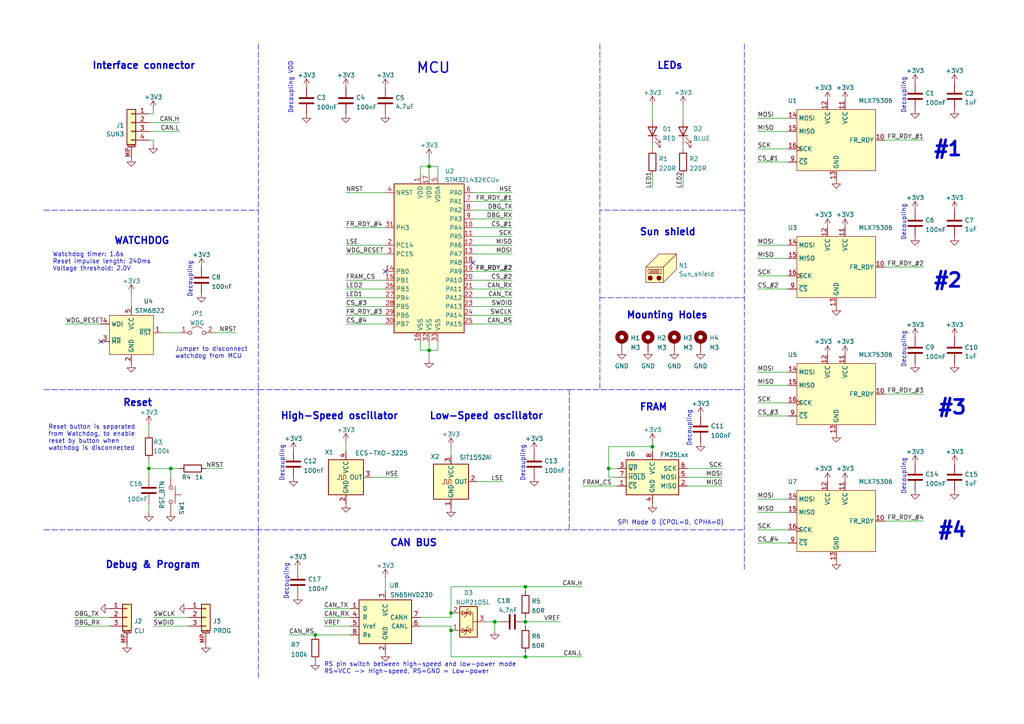
<source format=kicad_sch>
(kicad_sch (version 20211123) (generator eeschema)

  (uuid b4fcae78-0ce7-4618-9b55-3d67c0b38940)

  (paper "A4")

  (title_block
    (title "BUTCube - Sun sensor")
    (date "2023-01-22")
    (rev "v1.2")
    (company "VUT - FIT(STRaDe) & FME(IAE & IPE)")
    (comment 1 "Author: Petr Malaník")
  )

  

  (junction (at 49.53 135.89) (diameter 0.9144) (color 0 0 0 0)
    (uuid 2166c20a-9542-4085-84b6-9de69047d1df)
  )
  (junction (at 143.51 180.34) (diameter 0.9144) (color 0 0 0 0)
    (uuid 21ebb9d0-b53f-4d3f-b5ac-31e756a0cdf9)
  )
  (junction (at 152.4 180.34) (diameter 0.9144) (color 0 0 0 0)
    (uuid 367a2856-1408-4642-b99d-b3362103cd07)
  )
  (junction (at 152.4 170.18) (diameter 0.9144) (color 0 0 0 0)
    (uuid 3811aa65-115c-40a9-b60c-7bf2ab517a02)
  )
  (junction (at 91.44 184.15) (diameter 0.9144) (color 0 0 0 0)
    (uuid 7875bd39-c0f5-41af-872d-3f35561c7767)
  )
  (junction (at 124.46 101.6) (diameter 0) (color 0 0 0 0)
    (uuid 79e72903-e1f3-4e07-a213-184a666c5c67)
  )
  (junction (at 43.18 135.89) (diameter 0.9144) (color 0 0 0 0)
    (uuid a4cda940-217f-456a-a762-dbf9eb29a593)
  )
  (junction (at 124.46 48.26) (diameter 0) (color 0 0 0 0)
    (uuid b9d863e9-ebbf-4a05-a783-b22846b3b62c)
  )
  (junction (at 176.53 135.89) (diameter 0.9144) (color 0 0 0 0)
    (uuid c2d9d22c-ddde-4303-8a79-71ee54a04d72)
  )
  (junction (at 152.4 190.5) (diameter 0.9144) (color 0 0 0 0)
    (uuid c61db8df-ef99-4180-878a-7434547bb1b2)
  )
  (junction (at 130.81 177.8) (diameter 0.9144) (color 0 0 0 0)
    (uuid ce0492fa-83b8-4a8d-a479-bc972cf0d2be)
  )
  (junction (at 130.81 182.88) (diameter 0.9144) (color 0 0 0 0)
    (uuid f674bfee-60f5-458d-bf9e-0dd5f4f1fd05)
  )
  (junction (at 189.23 129.54) (diameter 0) (color 0 0 0 0)
    (uuid fadb4ef1-9f62-4760-8aa8-6a07b61962ef)
  )

  (no_connect (at 29.21 99.06) (uuid 4ce54608-a152-472f-80f5-ee8bb1d12b09))
  (no_connect (at 111.76 78.74) (uuid f97ff230-bd63-4bc1-b04e-78321439648f))
  (no_connect (at 137.16 76.2) (uuid f97ff230-bd63-4bc1-b04e-783214396490))

  (wire (pts (xy 46.99 96.52) (xy 52.07 96.52))
    (stroke (width 0) (type solid) (color 0 0 0 0))
    (uuid 007dc341-1b48-4a68-995d-0522d68c0a83)
  )
  (wire (pts (xy 124.46 48.26) (xy 124.46 50.8))
    (stroke (width 0) (type default) (color 0 0 0 0))
    (uuid 040e8e2f-20d3-4b1e-aabe-00181f998bf9)
  )
  (wire (pts (xy 137.16 68.58) (xy 148.59 68.58))
    (stroke (width 0) (type default) (color 0 0 0 0))
    (uuid 0d2c835a-50f5-4384-bb51-f407f25d0296)
  )
  (polyline (pts (xy 215.9 60.96) (xy 173.99 60.96))
    (stroke (width 0) (type default) (color 0 0 0 0))
    (uuid 0dbbf549-7f5c-4670-b646-8b329c19c07b)
  )

  (wire (pts (xy 256.54 77.47) (xy 267.97 77.47))
    (stroke (width 0) (type default) (color 0 0 0 0))
    (uuid 120afcd4-ba12-4320-993e-938289e45216)
  )
  (polyline (pts (xy 12.7 153.67) (xy 215.9 153.67))
    (stroke (width 0) (type default) (color 0 0 0 0))
    (uuid 12a2201d-cb63-4086-8e2f-6c9765006d8c)
  )

  (wire (pts (xy 256.54 114.3) (xy 267.97 114.3))
    (stroke (width 0) (type default) (color 0 0 0 0))
    (uuid 13340269-ce5f-4bde-a9a9-93d503504414)
  )
  (wire (pts (xy 219.71 71.12) (xy 228.6 71.12))
    (stroke (width 0) (type default) (color 0 0 0 0))
    (uuid 136b1dab-c68f-4db8-b322-c9362022f30b)
  )
  (wire (pts (xy 219.71 157.48) (xy 228.6 157.48))
    (stroke (width 0) (type default) (color 0 0 0 0))
    (uuid 14099ed6-5e3e-439e-8e08-7c48db6406a2)
  )
  (wire (pts (xy 168.91 140.97) (xy 179.07 140.97))
    (stroke (width 0) (type solid) (color 0 0 0 0))
    (uuid 196553b3-d647-4a43-85a3-ffd82249aae3)
  )
  (wire (pts (xy 124.46 101.6) (xy 124.46 104.14))
    (stroke (width 0) (type default) (color 0 0 0 0))
    (uuid 1df42766-9c76-41dd-a70c-f29b54410745)
  )
  (wire (pts (xy 152.4 170.18) (xy 130.81 170.18))
    (stroke (width 0) (type solid) (color 0 0 0 0))
    (uuid 1e678f65-0de3-49a8-97cf-cd9c00e42f3e)
  )
  (wire (pts (xy 59.69 135.89) (xy 64.77 135.89))
    (stroke (width 0) (type solid) (color 0 0 0 0))
    (uuid 1ef1b1ef-8319-4552-81f3-8bb798b82e77)
  )
  (polyline (pts (xy 173.99 86.36) (xy 215.9 86.36))
    (stroke (width 0) (type default) (color 0 0 0 0))
    (uuid 1fb63767-49cb-4203-9521-4616f2e23c90)
  )

  (wire (pts (xy 111.76 167.64) (xy 111.76 171.45))
    (stroke (width 0) (type solid) (color 0 0 0 0))
    (uuid 26099b6c-7bd1-4392-82e0-f3e83e68bece)
  )
  (wire (pts (xy 52.07 35.56) (xy 43.18 35.56))
    (stroke (width 0) (type default) (color 0 0 0 0))
    (uuid 262ff903-8a14-42ae-9ac2-aa82f5e97865)
  )
  (wire (pts (xy 111.76 66.04) (xy 100.33 66.04))
    (stroke (width 0) (type default) (color 0 0 0 0))
    (uuid 27576e76-fe82-4004-a867-02abaacc40c5)
  )
  (wire (pts (xy 152.4 189.23) (xy 152.4 190.5))
    (stroke (width 0) (type solid) (color 0 0 0 0))
    (uuid 293d2d9d-c1a1-42da-8cb2-42432929ef24)
  )
  (wire (pts (xy 130.81 170.18) (xy 130.81 177.8))
    (stroke (width 0) (type solid) (color 0 0 0 0))
    (uuid 29ffad82-942b-4c90-801a-871b5045dbb5)
  )
  (wire (pts (xy 209.55 135.89) (xy 199.39 135.89))
    (stroke (width 0) (type solid) (color 0 0 0 0))
    (uuid 2e42bf85-7d55-4049-ac85-4b345283fb60)
  )
  (wire (pts (xy 127 101.6) (xy 127 99.06))
    (stroke (width 0) (type default) (color 0 0 0 0))
    (uuid 2ec7ccc0-41d0-4fce-a9df-dbaf803e0119)
  )
  (wire (pts (xy 100.33 128.27) (xy 100.33 130.81))
    (stroke (width 0) (type default) (color 0 0 0 0))
    (uuid 2ed7c898-f775-4730-80e4-2d43b9a3390c)
  )
  (wire (pts (xy 127 50.8) (xy 127 48.26))
    (stroke (width 0) (type default) (color 0 0 0 0))
    (uuid 33eb5698-a64b-4c9e-9902-1bdc2af7227d)
  )
  (wire (pts (xy 54.61 181.61) (xy 44.45 181.61))
    (stroke (width 0) (type solid) (color 0 0 0 0))
    (uuid 3420bcfa-5381-426f-93f2-fca8d880080a)
  )
  (wire (pts (xy 219.71 116.84) (xy 228.6 116.84))
    (stroke (width 0) (type default) (color 0 0 0 0))
    (uuid 36686cd1-7543-4eb1-bf5a-42705f12cd64)
  )
  (wire (pts (xy 189.23 41.91) (xy 189.23 43.18))
    (stroke (width 0) (type solid) (color 0 0 0 0))
    (uuid 3c86a779-0876-4312-9637-b2fb4af11576)
  )
  (wire (pts (xy 100.33 71.12) (xy 111.76 71.12))
    (stroke (width 0) (type default) (color 0 0 0 0))
    (uuid 3d9df9cc-f374-4312-b626-61cc6a652bb1)
  )
  (wire (pts (xy 44.45 41.91) (xy 44.45 40.64))
    (stroke (width 0) (type default) (color 0 0 0 0))
    (uuid 3e20ad60-9938-4f63-941d-713be235f826)
  )
  (polyline (pts (xy 74.93 153.67) (xy 74.93 196.85))
    (stroke (width 0) (type default) (color 0 0 0 0))
    (uuid 3f9760d4-db4c-4158-9e35-fcc278f03901)
  )

  (wire (pts (xy 121.92 101.6) (xy 124.46 101.6))
    (stroke (width 0) (type default) (color 0 0 0 0))
    (uuid 400e5a8d-3ea9-440e-963e-978247522158)
  )
  (wire (pts (xy 137.16 73.66) (xy 148.59 73.66))
    (stroke (width 0) (type default) (color 0 0 0 0))
    (uuid 403c3294-3bf5-4c65-94dd-ae1574634a6f)
  )
  (wire (pts (xy 52.07 38.1) (xy 43.18 38.1))
    (stroke (width 0) (type default) (color 0 0 0 0))
    (uuid 40888287-44f0-45e5-ba83-36c36be92cf8)
  )
  (wire (pts (xy 198.12 41.91) (xy 198.12 43.18))
    (stroke (width 0) (type solid) (color 0 0 0 0))
    (uuid 4212d35b-c849-439a-8cee-15e3e836bf67)
  )
  (wire (pts (xy 130.81 181.61) (xy 130.81 182.88))
    (stroke (width 0) (type solid) (color 0 0 0 0))
    (uuid 42572e5d-f767-40a3-ba94-6ef68ea0956a)
  )
  (polyline (pts (xy 12.7 113.03) (xy 74.93 113.03))
    (stroke (width 0) (type default) (color 0 0 0 0))
    (uuid 46ea6cb6-b4f7-48ca-9b41-34167b22560a)
  )

  (wire (pts (xy 107.95 138.43) (xy 115.57 138.43))
    (stroke (width 0) (type solid) (color 0 0 0 0))
    (uuid 47547908-a2f7-43b9-9e0c-4f1b67ce8657)
  )
  (wire (pts (xy 137.16 83.82) (xy 148.59 83.82))
    (stroke (width 0) (type default) (color 0 0 0 0))
    (uuid 4a34ed79-39da-41ca-b801-bbadcfa588af)
  )
  (wire (pts (xy 137.16 78.74) (xy 148.59 78.74))
    (stroke (width 0) (type default) (color 0 0 0 0))
    (uuid 4d095641-f77f-4912-9cdd-78610108be2a)
  )
  (wire (pts (xy 111.76 91.44) (xy 100.33 91.44))
    (stroke (width 0) (type default) (color 0 0 0 0))
    (uuid 4eabba9d-e349-4707-b9da-860a0420e3e7)
  )
  (wire (pts (xy 130.81 179.07) (xy 130.81 177.8))
    (stroke (width 0) (type solid) (color 0 0 0 0))
    (uuid 4ed93096-3d6b-4129-8940-501a7601ae7e)
  )
  (wire (pts (xy 198.12 30.48) (xy 198.12 34.29))
    (stroke (width 0) (type default) (color 0 0 0 0))
    (uuid 4f39de77-09a2-4f90-ae9e-40639a7c80ef)
  )
  (wire (pts (xy 209.55 138.43) (xy 199.39 138.43))
    (stroke (width 0) (type solid) (color 0 0 0 0))
    (uuid 4fbbce08-bc99-495d-a696-edd87d67eaab)
  )
  (wire (pts (xy 100.33 88.9) (xy 111.76 88.9))
    (stroke (width 0) (type default) (color 0 0 0 0))
    (uuid 506df6ca-a0be-4c7f-98c6-c89c782d115d)
  )
  (wire (pts (xy 148.59 60.96) (xy 137.16 60.96))
    (stroke (width 0) (type default) (color 0 0 0 0))
    (uuid 51fb370b-8509-4585-b464-9caed5ef3ffa)
  )
  (wire (pts (xy 100.33 81.28) (xy 111.76 81.28))
    (stroke (width 0) (type default) (color 0 0 0 0))
    (uuid 55669d55-ff64-4a36-9f2c-ce26f2e34673)
  )
  (wire (pts (xy 44.45 40.64) (xy 43.18 40.64))
    (stroke (width 0) (type default) (color 0 0 0 0))
    (uuid 55b9ac18-c42c-49b2-85a0-ff47d4c950ec)
  )
  (wire (pts (xy 152.4 190.5) (xy 168.91 190.5))
    (stroke (width 0) (type solid) (color 0 0 0 0))
    (uuid 56c02acf-781b-4a9b-8751-69aea35dd7d3)
  )
  (wire (pts (xy 219.71 148.59) (xy 228.6 148.59))
    (stroke (width 0) (type default) (color 0 0 0 0))
    (uuid 5713f6ff-1c2e-48aa-a42a-d3482b073c3a)
  )
  (wire (pts (xy 219.71 38.1) (xy 228.6 38.1))
    (stroke (width 0) (type default) (color 0 0 0 0))
    (uuid 5be2778b-ebbf-46d6-a57d-911f828e5c58)
  )
  (wire (pts (xy 31.75 179.07) (xy 21.59 179.07))
    (stroke (width 0) (type solid) (color 0 0 0 0))
    (uuid 5f9b7ae6-f941-4f22-b4e7-74d0f602c49f)
  )
  (wire (pts (xy 138.43 139.7) (xy 146.05 139.7))
    (stroke (width 0) (type solid) (color 0 0 0 0))
    (uuid 62228e95-53df-4a2f-96a0-444d4fe4013d)
  )
  (wire (pts (xy 219.71 74.93) (xy 228.6 74.93))
    (stroke (width 0) (type default) (color 0 0 0 0))
    (uuid 63b28307-69cc-4000-9fcd-53cba6f11844)
  )
  (polyline (pts (xy 165.1 113.03) (xy 215.9 113.03))
    (stroke (width 0) (type default) (color 0 0 0 0))
    (uuid 692bdfe0-3a9d-4841-8706-5a2044b25ab0)
  )
  (polyline (pts (xy 74.93 12.7) (xy 74.93 153.67))
    (stroke (width 0) (type default) (color 0 0 0 0))
    (uuid 6baa7a03-251d-41dc-89dd-a997a267d37e)
  )

  (wire (pts (xy 111.76 86.36) (xy 100.33 86.36))
    (stroke (width 0) (type default) (color 0 0 0 0))
    (uuid 6db012ae-c60a-4d0f-9b17-0e79b05650e1)
  )
  (wire (pts (xy 111.76 83.82) (xy 100.33 83.82))
    (stroke (width 0) (type default) (color 0 0 0 0))
    (uuid 718d5df1-7a98-44b1-ac7c-4a744f17dbe3)
  )
  (wire (pts (xy 219.71 144.78) (xy 228.6 144.78))
    (stroke (width 0) (type default) (color 0 0 0 0))
    (uuid 7475c6ff-7a7a-4157-9670-dbc384c0dd57)
  )
  (wire (pts (xy 152.4 179.07) (xy 152.4 180.34))
    (stroke (width 0) (type solid) (color 0 0 0 0))
    (uuid 762d44e4-7cb4-406a-9425-19a166067b18)
  )
  (wire (pts (xy 121.92 99.06) (xy 121.92 101.6))
    (stroke (width 0) (type default) (color 0 0 0 0))
    (uuid 791cf188-9978-45b6-8647-46148a825223)
  )
  (wire (pts (xy 189.23 128.27) (xy 189.23 129.54))
    (stroke (width 0) (type default) (color 0 0 0 0))
    (uuid 79cf2c3a-2595-4fad-bd53-7ffa68090f4b)
  )
  (wire (pts (xy 137.16 58.42) (xy 148.59 58.42))
    (stroke (width 0) (type default) (color 0 0 0 0))
    (uuid 7ab13372-71f2-4a64-8960-bc1d2c68fa51)
  )
  (wire (pts (xy 143.51 180.34) (xy 143.51 182.88))
    (stroke (width 0) (type solid) (color 0 0 0 0))
    (uuid 7aed6b29-057c-43df-95b7-6a7d64c59480)
  )
  (wire (pts (xy 121.92 181.61) (xy 130.81 181.61))
    (stroke (width 0) (type solid) (color 0 0 0 0))
    (uuid 7d0643c7-ae58-40ff-baf3-c828765fd7a9)
  )
  (wire (pts (xy 93.98 176.53) (xy 101.6 176.53))
    (stroke (width 0) (type solid) (color 0 0 0 0))
    (uuid 7efda7bd-f29b-435d-b9a1-0ddffcd4b946)
  )
  (wire (pts (xy 137.16 55.88) (xy 148.59 55.88))
    (stroke (width 0) (type default) (color 0 0 0 0))
    (uuid 85150e95-6327-447e-9c78-5d321ab7840b)
  )
  (wire (pts (xy 121.92 48.26) (xy 121.92 50.8))
    (stroke (width 0) (type default) (color 0 0 0 0))
    (uuid 85e9c9fe-9336-4a5d-988d-716b837eef1e)
  )
  (wire (pts (xy 83.82 184.15) (xy 91.44 184.15))
    (stroke (width 0) (type solid) (color 0 0 0 0))
    (uuid 862376ef-45ce-4c02-bd8c-310087d1052e)
  )
  (wire (pts (xy 189.23 30.48) (xy 189.23 34.29))
    (stroke (width 0) (type default) (color 0 0 0 0))
    (uuid 87bee380-c368-4fd0-aaba-2fd27af32885)
  )
  (wire (pts (xy 49.53 135.89) (xy 52.07 135.89))
    (stroke (width 0) (type solid) (color 0 0 0 0))
    (uuid 882f67c2-ebd4-4a4c-be63-5c596f8bd6d4)
  )
  (wire (pts (xy 100.33 73.66) (xy 111.76 73.66))
    (stroke (width 0) (type default) (color 0 0 0 0))
    (uuid 89b2912c-58a0-435c-90e9-20093d495b33)
  )
  (wire (pts (xy 137.16 71.12) (xy 148.59 71.12))
    (stroke (width 0) (type default) (color 0 0 0 0))
    (uuid 8b52b5e4-165e-440f-8006-36bd89cbca8b)
  )
  (polyline (pts (xy 173.99 12.7) (xy 173.99 113.03))
    (stroke (width 0) (type default) (color 0 0 0 0))
    (uuid 8c19a85f-3f2c-4f54-ba42-d76c5c74dc0b)
  )

  (wire (pts (xy 130.81 182.88) (xy 130.81 190.5))
    (stroke (width 0) (type solid) (color 0 0 0 0))
    (uuid 8d574a2e-c084-4bd4-b51d-d6757e4c1298)
  )
  (wire (pts (xy 49.53 135.89) (xy 49.53 138.43))
    (stroke (width 0) (type solid) (color 0 0 0 0))
    (uuid 8d5ffaf9-796e-4a13-ac73-0a50be347d31)
  )
  (wire (pts (xy 137.16 86.36) (xy 148.59 86.36))
    (stroke (width 0) (type default) (color 0 0 0 0))
    (uuid 908bff29-5578-4a21-aca8-b091e18a3981)
  )
  (wire (pts (xy 176.53 138.43) (xy 176.53 135.89))
    (stroke (width 0) (type solid) (color 0 0 0 0))
    (uuid 90e74e86-6a5c-45a9-9c48-a8b9697edf5c)
  )
  (wire (pts (xy 93.98 179.07) (xy 101.6 179.07))
    (stroke (width 0) (type solid) (color 0 0 0 0))
    (uuid 91278efe-f2b2-472c-b2cb-441bc87e0238)
  )
  (wire (pts (xy 152.4 170.18) (xy 152.4 171.45))
    (stroke (width 0) (type solid) (color 0 0 0 0))
    (uuid 93646202-68a0-4c0e-9d54-34568d6855e3)
  )
  (wire (pts (xy 121.92 179.07) (xy 130.81 179.07))
    (stroke (width 0) (type solid) (color 0 0 0 0))
    (uuid 95864ee6-12a1-4c9d-a085-0282b27d79c9)
  )
  (wire (pts (xy 31.75 181.61) (xy 21.59 181.61))
    (stroke (width 0) (type solid) (color 0 0 0 0))
    (uuid 9724c664-248c-44b2-8ed2-72ceea5cde46)
  )
  (wire (pts (xy 124.46 45.72) (xy 124.46 48.26))
    (stroke (width 0) (type default) (color 0 0 0 0))
    (uuid 9730909b-b561-4f32-992c-4be576084c21)
  )
  (wire (pts (xy 152.4 190.5) (xy 130.81 190.5))
    (stroke (width 0) (type solid) (color 0 0 0 0))
    (uuid 980215c3-db8e-4ad1-86ee-bc9a9e3042a4)
  )
  (wire (pts (xy 219.71 153.67) (xy 228.6 153.67))
    (stroke (width 0) (type default) (color 0 0 0 0))
    (uuid 9883db0d-15cf-4e56-a7a7-a62195aaf55e)
  )
  (wire (pts (xy 43.18 146.05) (xy 43.18 148.59))
    (stroke (width 0) (type solid) (color 0 0 0 0))
    (uuid 98e97c70-7a61-4f95-8b43-c91f6c03902e)
  )
  (wire (pts (xy 43.18 33.02) (xy 44.45 33.02))
    (stroke (width 0) (type default) (color 0 0 0 0))
    (uuid 9c0e6e0c-bee1-4db1-808e-29e7cc6b58f9)
  )
  (wire (pts (xy 209.55 140.97) (xy 199.39 140.97))
    (stroke (width 0) (type solid) (color 0 0 0 0))
    (uuid 9cb521fe-cda0-46f3-8c24-ca53caa4b411)
  )
  (wire (pts (xy 148.59 93.98) (xy 137.16 93.98))
    (stroke (width 0) (type default) (color 0 0 0 0))
    (uuid 9d992003-d903-45a8-bc97-58e21a9f71e7)
  )
  (polyline (pts (xy 74.93 113.03) (xy 165.1 113.03))
    (stroke (width 0) (type default) (color 0 0 0 0))
    (uuid a16ca420-722b-4c43-b14b-981dc04269e9)
  )

  (wire (pts (xy 219.71 34.29) (xy 228.6 34.29))
    (stroke (width 0) (type default) (color 0 0 0 0))
    (uuid a44d5fc4-55db-48d4-94fb-6fefa0ab55d8)
  )
  (wire (pts (xy 100.33 93.98) (xy 111.76 93.98))
    (stroke (width 0) (type default) (color 0 0 0 0))
    (uuid a4d370f0-2994-4b3f-a895-76893d61d332)
  )
  (wire (pts (xy 219.71 83.82) (xy 228.6 83.82))
    (stroke (width 0) (type default) (color 0 0 0 0))
    (uuid a6a18807-e010-4534-95b6-4621b7e66fd0)
  )
  (wire (pts (xy 124.46 48.26) (xy 121.92 48.26))
    (stroke (width 0) (type default) (color 0 0 0 0))
    (uuid a6d71e07-e67b-495d-98df-bb146b37693c)
  )
  (polyline (pts (xy 12.7 60.96) (xy 74.93 60.96))
    (stroke (width 0) (type default) (color 0 0 0 0))
    (uuid a9e4c2f6-188a-4b30-b256-cda74465182a)
  )

  (wire (pts (xy 137.16 88.9) (xy 148.59 88.9))
    (stroke (width 0) (type default) (color 0 0 0 0))
    (uuid aa379dc4-5444-4dab-bc40-364a920baaaf)
  )
  (wire (pts (xy 219.71 120.65) (xy 228.6 120.65))
    (stroke (width 0) (type default) (color 0 0 0 0))
    (uuid ac60da81-c77f-4e66-81e2-4438d536edc3)
  )
  (wire (pts (xy 148.59 63.5) (xy 137.16 63.5))
    (stroke (width 0) (type default) (color 0 0 0 0))
    (uuid b04b032f-5a49-4dd7-a8d8-9a6b55d32f0f)
  )
  (wire (pts (xy 43.18 123.19) (xy 43.18 125.73))
    (stroke (width 0) (type default) (color 0 0 0 0))
    (uuid b06cf753-a95c-4cb6-bcd5-fe4166efacf5)
  )
  (wire (pts (xy 152.4 181.61) (xy 152.4 180.34))
    (stroke (width 0) (type solid) (color 0 0 0 0))
    (uuid b18c3054-655a-4e79-b947-560f6b1b0888)
  )
  (wire (pts (xy 256.54 151.13) (xy 267.97 151.13))
    (stroke (width 0) (type default) (color 0 0 0 0))
    (uuid b1d07f3e-7649-4228-bbe1-971cf887d60a)
  )
  (polyline (pts (xy 215.9 12.7) (xy 215.9 165.1))
    (stroke (width 0) (type default) (color 0 0 0 0))
    (uuid b2310345-87c3-44b0-a316-807114e15961)
  )

  (wire (pts (xy 137.16 91.44) (xy 148.59 91.44))
    (stroke (width 0) (type default) (color 0 0 0 0))
    (uuid b5eaba53-ec41-40e0-8733-4ac01e6999e3)
  )
  (wire (pts (xy 176.53 135.89) (xy 179.07 135.89))
    (stroke (width 0) (type solid) (color 0 0 0 0))
    (uuid b717a2aa-3246-4eda-b2ab-4c6928cee238)
  )
  (wire (pts (xy 140.97 180.34) (xy 143.51 180.34))
    (stroke (width 0) (type solid) (color 0 0 0 0))
    (uuid b9a96e97-0961-4186-8aaa-6a4a1d13617a)
  )
  (wire (pts (xy 43.18 133.35) (xy 43.18 135.89))
    (stroke (width 0) (type solid) (color 0 0 0 0))
    (uuid c73e607b-7782-4bb4-9901-6e7dedce3b81)
  )
  (wire (pts (xy 100.33 55.88) (xy 111.76 55.88))
    (stroke (width 0) (type default) (color 0 0 0 0))
    (uuid c975d3f2-9d67-45a5-8040-41eb874bb4d6)
  )
  (wire (pts (xy 189.23 129.54) (xy 189.23 130.81))
    (stroke (width 0) (type solid) (color 0 0 0 0))
    (uuid c9dd5459-94eb-493d-9e73-41d3b3f2ec70)
  )
  (wire (pts (xy 62.23 96.52) (xy 68.58 96.52))
    (stroke (width 0) (type solid) (color 0 0 0 0))
    (uuid ce4d341d-f3a7-4f3a-b172-4630ffa469df)
  )
  (wire (pts (xy 198.12 50.8) (xy 198.12 54.61))
    (stroke (width 0) (type solid) (color 0 0 0 0))
    (uuid d1985cc0-2042-431e-bb02-d920987052a3)
  )
  (wire (pts (xy 54.61 179.07) (xy 44.45 179.07))
    (stroke (width 0) (type solid) (color 0 0 0 0))
    (uuid d19f43a4-2efc-4b19-b7ed-39218202e3a7)
  )
  (wire (pts (xy 219.71 80.01) (xy 228.6 80.01))
    (stroke (width 0) (type default) (color 0 0 0 0))
    (uuid d2477d8d-819d-4c6e-90a4-d720e4642090)
  )
  (wire (pts (xy 176.53 129.54) (xy 189.23 129.54))
    (stroke (width 0) (type solid) (color 0 0 0 0))
    (uuid d5102239-5237-4c99-8926-4cb6375531d8)
  )
  (wire (pts (xy 19.05 93.98) (xy 29.21 93.98))
    (stroke (width 0) (type solid) (color 0 0 0 0))
    (uuid d6bf0820-4f4e-46d0-87d4-8f4ccf50fb5c)
  )
  (wire (pts (xy 219.71 111.76) (xy 228.6 111.76))
    (stroke (width 0) (type default) (color 0 0 0 0))
    (uuid d70bcce3-611b-4d43-b38b-ba612717000e)
  )
  (wire (pts (xy 43.18 135.89) (xy 49.53 135.89))
    (stroke (width 0) (type solid) (color 0 0 0 0))
    (uuid d71e7e58-1185-4144-accb-cef9a5a2bb7a)
  )
  (wire (pts (xy 148.59 66.04) (xy 137.16 66.04))
    (stroke (width 0) (type default) (color 0 0 0 0))
    (uuid d7bd0ed4-8f9e-479f-a1bb-179c0d293ac5)
  )
  (wire (pts (xy 44.45 31.75) (xy 44.45 33.02))
    (stroke (width 0) (type default) (color 0 0 0 0))
    (uuid d88ea2c7-d362-40c7-a9ac-77962e86d733)
  )
  (wire (pts (xy 176.53 135.89) (xy 176.53 129.54))
    (stroke (width 0) (type solid) (color 0 0 0 0))
    (uuid d8938ca8-5dd5-4379-a2a9-448f1e68a474)
  )
  (polyline (pts (xy 165.1 113.03) (xy 165.1 153.67))
    (stroke (width 0) (type default) (color 0 0 0 0))
    (uuid d9eb9b8c-3fbb-4cdb-aa0a-3c13a8addfe9)
  )

  (wire (pts (xy 219.71 46.99) (xy 228.6 46.99))
    (stroke (width 0) (type default) (color 0 0 0 0))
    (uuid db56caf2-8d98-4f84-b642-69a228c1c3b5)
  )
  (wire (pts (xy 189.23 50.8) (xy 189.23 54.61))
    (stroke (width 0) (type solid) (color 0 0 0 0))
    (uuid de5f50a1-1c65-48cf-9246-619b2afa6839)
  )
  (wire (pts (xy 152.4 180.34) (xy 162.56 180.34))
    (stroke (width 0) (type solid) (color 0 0 0 0))
    (uuid e004f7a8-2062-4dd1-8474-5ed00ca7ef87)
  )
  (wire (pts (xy 127 48.26) (xy 124.46 48.26))
    (stroke (width 0) (type default) (color 0 0 0 0))
    (uuid e1d0b359-4bfa-48c4-b879-8c0611ab3031)
  )
  (wire (pts (xy 93.98 181.61) (xy 101.6 181.61))
    (stroke (width 0) (type solid) (color 0 0 0 0))
    (uuid e42a6b2c-5c07-4eff-b303-4ccf482bd6d6)
  )
  (wire (pts (xy 143.51 180.34) (xy 144.78 180.34))
    (stroke (width 0) (type solid) (color 0 0 0 0))
    (uuid e51f51e8-6fe6-4bd6-a3ad-1f547ca07b80)
  )
  (wire (pts (xy 91.44 184.15) (xy 101.6 184.15))
    (stroke (width 0) (type solid) (color 0 0 0 0))
    (uuid e614d2ea-9e9f-4571-b3d6-0b924d4fd670)
  )
  (wire (pts (xy 256.54 40.64) (xy 267.97 40.64))
    (stroke (width 0) (type default) (color 0 0 0 0))
    (uuid e76899d1-4fa7-43f1-a9e2-120535b40d6f)
  )
  (wire (pts (xy 130.81 129.54) (xy 130.81 132.08))
    (stroke (width 0) (type default) (color 0 0 0 0))
    (uuid e8778d7c-e004-4121-862a-43d47d8ced16)
  )
  (wire (pts (xy 38.1 85.09) (xy 38.1 88.9))
    (stroke (width 0) (type solid) (color 0 0 0 0))
    (uuid e9366437-d303-46b6-b6ce-33f438173eb4)
  )
  (wire (pts (xy 219.71 43.18) (xy 228.6 43.18))
    (stroke (width 0) (type default) (color 0 0 0 0))
    (uuid ebee96d8-82bc-4290-9e80-af01158b587c)
  )
  (wire (pts (xy 124.46 101.6) (xy 127 101.6))
    (stroke (width 0) (type default) (color 0 0 0 0))
    (uuid ec85167d-d946-4ce0-8e48-9c46f703ab41)
  )
  (wire (pts (xy 179.07 138.43) (xy 176.53 138.43))
    (stroke (width 0) (type solid) (color 0 0 0 0))
    (uuid f1acec3a-9089-4357-a0cd-3ad2be33f29a)
  )
  (wire (pts (xy 219.71 107.95) (xy 228.6 107.95))
    (stroke (width 0) (type default) (color 0 0 0 0))
    (uuid f5ae41c3-d997-4be9-8385-8c3b6fe337e7)
  )
  (wire (pts (xy 43.18 135.89) (xy 43.18 138.43))
    (stroke (width 0) (type solid) (color 0 0 0 0))
    (uuid f6a46741-24b8-44cf-9a9f-7e08d8500e2d)
  )
  (wire (pts (xy 124.46 99.06) (xy 124.46 101.6))
    (stroke (width 0) (type default) (color 0 0 0 0))
    (uuid f8046aa0-e1af-4c1e-9016-567ddcdb1c58)
  )
  (wire (pts (xy 152.4 170.18) (xy 168.91 170.18))
    (stroke (width 0) (type solid) (color 0 0 0 0))
    (uuid f970dad6-22dc-42d3-9f0d-e30eee2d4d93)
  )
  (wire (pts (xy 148.59 81.28) (xy 137.16 81.28))
    (stroke (width 0) (type default) (color 0 0 0 0))
    (uuid fc73d1f2-2dc8-4e46-beb4-bdee2ef8188c)
  )

  (text "Watchdog timer: 1.6s\nReset impulse length: 240ms\nVoltage threshold: 2.0V"
    (at 15.24 78.74 0)
    (effects (font (size 1.27 1.27)) (justify left bottom))
    (uuid 00bf4822-8bd8-47b3-8f09-601682223304)
  )
  (text "Decoupling" (at 83.82 173.99 90)
    (effects (font (size 1.27 1.27)) (justify left bottom))
    (uuid 04c66c65-c17f-4ef1-9527-40dfa71256c2)
  )
  (text "Decoupling" (at 262.89 143.51 90)
    (effects (font (size 1.27 1.27)) (justify left bottom))
    (uuid 2042c489-b3aa-48be-979c-b60599fd8dfe)
  )
  (text "WATCHDOG" (at 33.02 71.12 0)
    (effects (font (size 2 2) (thickness 0.4) bold) (justify left bottom))
    (uuid 2406d068-5782-431d-bf8f-dfbd13090d59)
  )
  (text "Reset button is separated\nfrom Watchdog, to enable\nreset by button when\nwatchdog is disconnected"
    (at 13.97 130.81 0)
    (effects (font (size 1.27 1.27)) (justify left bottom))
    (uuid 32f93dc6-a9ac-4172-a507-a12bfe8eeb5a)
  )
  (text "Reset" (at 35.56 118.11 0)
    (effects (font (size 2 2) (thickness 0.4) bold) (justify left bottom))
    (uuid 39985508-845b-42d1-8453-9a6b4efcebc2)
  )
  (text "Interface connector" (at 26.67 20.32 0)
    (effects (font (size 2 2) (thickness 0.4) bold) (justify left bottom))
    (uuid 4aeb7d21-4d9a-4fbe-bfe5-570483bfde4c)
  )
  (text "Decoupling VDD" (at 85.09 33.02 90)
    (effects (font (size 1.27 1.27)) (justify left bottom))
    (uuid 4f70ac20-3644-437d-bc07-2ab0ea06a259)
  )
  (text "Decoupling" (at 82.55 139.7 90)
    (effects (font (size 1.27 1.27)) (justify left bottom))
    (uuid 54c7ca7f-6276-4eac-b90a-eccd87c9d931)
  )
  (text "Debug & Program" (at 30.48 165.1 0)
    (effects (font (size 2 2) (thickness 0.4) bold) (justify left bottom))
    (uuid 54f91dfb-f4dd-410c-9c59-050a796d725f)
  )
  (text "Jumper to disconnect\nwatchdog from MCU" (at 50.8 104.14 0)
    (effects (font (size 1.27 1.27)) (justify left bottom))
    (uuid 6455a82b-4dec-4a3c-bac3-5fcc64775bf6)
  )
  (text "CAN BUS" (at 113.03 158.75 0)
    (effects (font (size 2 2) (thickness 0.4) bold) (justify left bottom))
    (uuid 7d16b607-fee9-4954-96a7-42e8f7cae7b9)
  )
  (text "Decoupling" (at 200.66 129.54 90)
    (effects (font (size 1.27 1.27)) (justify left bottom))
    (uuid 864dd0c9-8aa0-4013-9dc9-d326026dccc2)
  )
  (text "Decoupling" (at 262.89 69.85 90)
    (effects (font (size 1.27 1.27)) (justify left bottom))
    (uuid 8752db49-8022-412a-9a22-f51e48165b58)
  )
  (text "#2" (at 270.51 83.82 0)
    (effects (font (size 4 4) (thickness 0.8) bold) (justify left bottom))
    (uuid 92654e43-d96a-4351-9afa-11026ead5ddf)
  )
  (text "Decoupling" (at 55.88 86.36 90)
    (effects (font (size 1.27 1.27)) (justify left bottom))
    (uuid 943942c4-921a-4387-9984-01953043d1db)
  )
  (text "Sun shield" (at 185.42 68.58 0)
    (effects (font (size 2 2) (thickness 0.4) bold) (justify left bottom))
    (uuid 99aefcd8-e813-4eb1-bb78-1369a7b6bb49)
  )
  (text "Decoupling" (at 152.4 139.7 90)
    (effects (font (size 1.27 1.27)) (justify left bottom))
    (uuid 9a4515f5-c3eb-414e-8c81-5cdbc2d14eef)
  )
  (text "RS pin switch between high-speed and low-power mode\nRS=VCC -> High-speed, RS=GND = Low-power"
    (at 93.98 195.58 0)
    (effects (font (size 1.27 1.27)) (justify left bottom))
    (uuid 9bc3a375-41ae-43b7-a02a-feb52aaeef8f)
  )
  (text "Low-Speed oscillator" (at 124.46 121.92 0)
    (effects (font (size 2 2) (thickness 0.4) bold) (justify left bottom))
    (uuid a2d014c0-842a-418c-9dda-1321cde9c24b)
  )
  (text "FRAM" (at 185.42 119.38 0)
    (effects (font (size 2 2) (thickness 0.4) bold) (justify left bottom))
    (uuid be07be7f-6aff-403c-bc45-1831fd31cd55)
  )
  (text "#1" (at 270.51 45.72 0)
    (effects (font (size 4 4) (thickness 0.8) bold) (justify left bottom))
    (uuid c16e2c01-fe0b-4290-a6b5-a7beb6bff911)
  )
  (text "Decoupling" (at 262.89 33.02 90)
    (effects (font (size 1.27 1.27)) (justify left bottom))
    (uuid c4e0f5ef-5a40-4e58-a3d4-be7578af34b3)
  )
  (text "SPI Mode 0 (CPOL=0, CPHA=0)" (at 179.07 152.4 0)
    (effects (font (size 1.27 1.27)) (justify left bottom))
    (uuid c9ffb095-90bd-48d5-8ea8-6927b079c3fa)
  )
  (text "#4\n" (at 271.78 156.21 0)
    (effects (font (size 4 4) (thickness 0.8) bold) (justify left bottom))
    (uuid dcfa5a2d-fc71-471a-be68-62df11d8429d)
  )
  (text "High-Speed oscillator" (at 81.28 121.92 0)
    (effects (font (size 2 2) (thickness 0.4) bold) (justify left bottom))
    (uuid dd73e156-e0d8-43d9-ac8e-a79a72ca0e9d)
  )
  (text "Decoupling" (at 262.89 106.68 90)
    (effects (font (size 1.27 1.27)) (justify left bottom))
    (uuid ddf9825a-dd70-4e05-8f84-a04e2577b7d6)
  )
  (text "LEDs" (at 190.5 20.32 0)
    (effects (font (size 2 2) (thickness 0.4) bold) (justify left bottom))
    (uuid de961b17-858a-4c6c-b00c-3823521c8745)
  )
  (text "#3" (at 271.78 120.65 0)
    (effects (font (size 4 4) (thickness 0.8) bold) (justify left bottom))
    (uuid e4b8ea04-3f8f-4a03-ac6e-9fd925b96f66)
  )
  (text "MCU" (at 120.65 21.59 0)
    (effects (font (size 3 3) (thickness 0.4) bold) (justify left bottom))
    (uuid fc02f56b-d5c0-4740-bcaf-0e1ceb013dbb)
  )
  (text "Mounting Holes" (at 181.61 92.71 0)
    (effects (font (size 2 2) (thickness 0.4) bold) (justify left bottom))
    (uuid fc3e7ce0-5145-4f39-aafe-22d3033cb5dc)
  )

  (label "SWCLK" (at 148.59 91.44 180)
    (effects (font (size 1.27 1.27)) (justify right bottom))
    (uuid 00eb83fa-b76d-4cc4-a743-f0c8fddaae93)
  )
  (label "CS_#4" (at 100.33 93.98 0)
    (effects (font (size 1.27 1.27)) (justify left bottom))
    (uuid 02e631b9-7b79-4e95-a747-604b4b620b5b)
  )
  (label "CAN_RS" (at 83.82 184.15 0)
    (effects (font (size 1.27 1.27)) (justify left bottom))
    (uuid 04e85d4d-a3b0-4506-89eb-6ef65ea831f7)
  )
  (label "MOSI" (at 219.71 144.78 0)
    (effects (font (size 1.27 1.27)) (justify left bottom))
    (uuid 083e9367-4455-40da-8a4a-81ace79c2b60)
  )
  (label "LED1" (at 100.33 86.36 0)
    (effects (font (size 1.27 1.27)) (justify left bottom))
    (uuid 08f85828-4317-4179-9caf-36f1fc6b36f9)
  )
  (label "MOSI" (at 219.71 34.29 0)
    (effects (font (size 1.27 1.27)) (justify left bottom))
    (uuid 0d782572-a339-4998-b0f6-374433cb5fd1)
  )
  (label "SWCLK" (at 44.45 179.07 0)
    (effects (font (size 1.27 1.27)) (justify left bottom))
    (uuid 0d99109f-dda5-48a9-8e5a-4368e90419b2)
  )
  (label "WDG_RESET" (at 100.33 73.66 0)
    (effects (font (size 1.27 1.27)) (justify left bottom))
    (uuid 0e14b155-c2ef-4da6-8b04-f2ab6334bb37)
  )
  (label "CS_#4" (at 219.71 157.48 0)
    (effects (font (size 1.27 1.27)) (justify left bottom))
    (uuid 151b1660-4573-4117-89e0-44f6d72705ce)
  )
  (label "MISO" (at 148.59 71.12 180)
    (effects (font (size 1.27 1.27)) (justify right bottom))
    (uuid 1684ece7-6be4-4ed4-ad9b-c845e64e3e57)
  )
  (label "FR_RDY_#4" (at 100.33 66.04 0)
    (effects (font (size 1.27 1.27)) (justify left bottom))
    (uuid 169aba0f-5bc5-4ca3-b949-f619c715e4ba)
  )
  (label "LED2" (at 100.33 83.82 0)
    (effects (font (size 1.27 1.27)) (justify left bottom))
    (uuid 1bf4b53d-fc4c-4e89-9121-f09bd0c29b7a)
  )
  (label "CAN.H" (at 168.91 170.18 180)
    (effects (font (size 1.27 1.27)) (justify right bottom))
    (uuid 1de0dde8-3664-410c-9024-2e96da6c7d4b)
  )
  (label "CAN_RX" (at 148.59 83.82 180)
    (effects (font (size 1.27 1.27)) (justify right bottom))
    (uuid 1f29dd5e-74f6-47d8-8863-286116ca676b)
  )
  (label "CS_#2" (at 148.59 81.28 180)
    (effects (font (size 1.27 1.27)) (justify right bottom))
    (uuid 20127b47-d9de-4267-9619-104c4a3ceac7)
  )
  (label "FR_RDY_#2" (at 148.59 78.74 180)
    (effects (font (size 1.27 1.27)) (justify right bottom))
    (uuid 25b6ddb3-8f51-4cf3-a941-dd2aabd6928f)
  )
  (label "DBG_RX" (at 21.59 181.61 0)
    (effects (font (size 1.27 1.27)) (justify left bottom))
    (uuid 263a9ba8-ce41-4fac-af55-2dcb5c0ac33a)
  )
  (label "LED1" (at 189.23 54.61 90)
    (effects (font (size 1.27 1.27)) (justify left bottom))
    (uuid 26963a2e-2b31-4c33-b6f1-1cd24897f0ea)
  )
  (label "FR_RDY_#4" (at 267.97 151.13 180)
    (effects (font (size 1.27 1.27)) (justify right bottom))
    (uuid 2a4bf7e1-a582-49fb-bb45-e82120314b4a)
  )
  (label "SCK" (at 219.71 153.67 0)
    (effects (font (size 1.27 1.27)) (justify left bottom))
    (uuid 2bd4e67a-bb0b-4607-a938-e5d6d43bfd8c)
  )
  (label "DBG_TX" (at 148.59 60.96 180)
    (effects (font (size 1.27 1.27)) (justify right bottom))
    (uuid 36b59f0c-7f8e-4c6b-b349-d3ce7e8a22b2)
  )
  (label "FR_RDY_#1" (at 267.97 40.64 180)
    (effects (font (size 1.27 1.27)) (justify right bottom))
    (uuid 37d366c8-60d1-47c1-a146-f9281b6f19b7)
  )
  (label "SCK" (at 209.55 135.89 180)
    (effects (font (size 1.27 1.27)) (justify right bottom))
    (uuid 3c159afa-9939-4e7e-bffe-2e82571a67b2)
  )
  (label "FR_RDY_#1" (at 148.59 58.42 180)
    (effects (font (size 1.27 1.27)) (justify right bottom))
    (uuid 3ef7b562-8623-4db1-956c-466fca3c7fbc)
  )
  (label "HSE" (at 115.57 138.43 180)
    (effects (font (size 1.27 1.27)) (justify right bottom))
    (uuid 41620541-fd37-4db2-a37c-d39eb3e5b14d)
  )
  (label "MOSI" (at 148.59 73.66 180)
    (effects (font (size 1.27 1.27)) (justify right bottom))
    (uuid 42caa5bc-4a8e-474c-844a-5ff9277a37f5)
  )
  (label "FR_RDY_#2" (at 148.59 78.74 180)
    (effects (font (size 1.27 1.27)) (justify right bottom))
    (uuid 44175cc0-6fbf-4777-a795-80c4480c9f4f)
  )
  (label "MOSI" (at 219.71 107.95 0)
    (effects (font (size 1.27 1.27)) (justify left bottom))
    (uuid 4664a30a-f4d7-4936-b5b3-5fdb46b24ac6)
  )
  (label "CAN_TX" (at 93.98 176.53 0)
    (effects (font (size 1.27 1.27)) (justify left bottom))
    (uuid 4b6f11e4-de41-4306-ad32-278569ecfc62)
  )
  (label "MISO" (at 209.55 140.97 180)
    (effects (font (size 1.27 1.27)) (justify right bottom))
    (uuid 6cda0bcd-79e0-45e4-a981-735261f68edc)
  )
  (label "CS_#3" (at 219.71 120.65 0)
    (effects (font (size 1.27 1.27)) (justify left bottom))
    (uuid 6d80365c-26b5-4d54-81d0-d3e82167a9b8)
  )
  (label "CAN_TX" (at 148.59 86.36 180)
    (effects (font (size 1.27 1.27)) (justify right bottom))
    (uuid 6f930c7b-d078-4b72-b990-f279a743be73)
  )
  (label "FR_RDY_#2" (at 267.97 77.47 180)
    (effects (font (size 1.27 1.27)) (justify right bottom))
    (uuid 7265749c-ae37-4baf-9542-1c4ba8da61a5)
  )
  (label "CS_#3" (at 100.33 88.9 0)
    (effects (font (size 1.27 1.27)) (justify left bottom))
    (uuid 75f9f0d8-1e0b-4b88-a30f-a2c86dfb832c)
  )
  (label "SWDIO" (at 44.45 181.61 0)
    (effects (font (size 1.27 1.27)) (justify left bottom))
    (uuid 7a279653-5db1-419b-92d4-481130b92313)
  )
  (label "MOSI" (at 219.71 71.12 0)
    (effects (font (size 1.27 1.27)) (justify left bottom))
    (uuid 84b9f39a-c8cf-49db-844b-b089c9ae0063)
  )
  (label "CAN_RX" (at 93.98 179.07 0)
    (effects (font (size 1.27 1.27)) (justify left bottom))
    (uuid 869f4d8f-97f1-456e-ae19-99ba129b1ccc)
  )
  (label "WDG_RESET" (at 19.05 93.98 0)
    (effects (font (size 1.27 1.27)) (justify left bottom))
    (uuid 89f9e76f-11fd-43e9-8f24-874e7f9da1ee)
  )
  (label "MOSI" (at 209.55 138.43 180)
    (effects (font (size 1.27 1.27)) (justify right bottom))
    (uuid 8e4f8ef3-7a33-4140-a449-af3f02fcb2b4)
  )
  (label "LED2" (at 198.12 54.61 90)
    (effects (font (size 1.27 1.27)) (justify left bottom))
    (uuid 9bd53971-47ec-4643-97af-2e61aab0c44f)
  )
  (label "CS_#2" (at 219.71 83.82 0)
    (effects (font (size 1.27 1.27)) (justify left bottom))
    (uuid 9c0bd04e-6c31-4478-b1aa-c6e8cead655e)
  )
  (label "CS_#1" (at 219.71 46.99 0)
    (effects (font (size 1.27 1.27)) (justify left bottom))
    (uuid 9dd21bc4-be24-4290-93a1-1ee0dc0a2972)
  )
  (label "LSE" (at 100.33 71.12 0)
    (effects (font (size 1.27 1.27)) (justify left bottom))
    (uuid 9deb3254-a41b-447d-88ed-6c9623353503)
  )
  (label "NRST" (at 100.33 55.88 0)
    (effects (font (size 1.27 1.27)) (justify left bottom))
    (uuid 9f9b69ac-4674-4449-9d66-55915cc48194)
  )
  (label "LSE" (at 146.05 139.7 180)
    (effects (font (size 1.27 1.27)) (justify right bottom))
    (uuid a181b3ec-2f4d-4649-a2e4-c175af1fa140)
  )
  (label "MISO" (at 219.71 111.76 0)
    (effects (font (size 1.27 1.27)) (justify left bottom))
    (uuid a4625822-b5b0-4c8b-a1de-a028b342d216)
  )
  (label "FR_RDY_#3" (at 100.33 91.44 0)
    (effects (font (size 1.27 1.27)) (justify left bottom))
    (uuid a8057d20-d980-4bdc-af59-69797473ba18)
  )
  (label "MISO" (at 219.71 74.93 0)
    (effects (font (size 1.27 1.27)) (justify left bottom))
    (uuid b8ccd208-d498-4014-8b7a-dbeead32d427)
  )
  (label "HSE" (at 148.59 55.88 180)
    (effects (font (size 1.27 1.27)) (justify right bottom))
    (uuid ba0170cd-f4ec-4907-b66c-0d94225e1b54)
  )
  (label "CAN.L" (at 168.91 190.5 180)
    (effects (font (size 1.27 1.27)) (justify right bottom))
    (uuid c53bb09d-eba5-453e-bbf0-16e292281e5c)
  )
  (label "CS_#1" (at 148.59 66.04 180)
    (effects (font (size 1.27 1.27)) (justify right bottom))
    (uuid c8009851-0ce0-49be-9eb4-4aa7fc33765d)
  )
  (label "NRST" (at 68.58 96.52 180)
    (effects (font (size 1.27 1.27)) (justify right bottom))
    (uuid c8354ea6-3190-4c78-869c-292aa9900ed4)
  )
  (label "DBG_TX" (at 21.59 179.07 0)
    (effects (font (size 1.27 1.27)) (justify left bottom))
    (uuid d2412936-e766-41b3-b2a3-08fcbc881c9a)
  )
  (label "MISO" (at 219.71 148.59 0)
    (effects (font (size 1.27 1.27)) (justify left bottom))
    (uuid d2e6d23b-ee62-4c9f-9521-cdf425155a2a)
  )
  (label "SCK" (at 148.59 68.58 180)
    (effects (font (size 1.27 1.27)) (justify right bottom))
    (uuid d4ba5d40-f0d9-4e74-8f14-6aceb24515df)
  )
  (label "VREF" (at 93.98 181.61 0)
    (effects (font (size 1.27 1.27)) (justify left bottom))
    (uuid d514d40e-1935-4897-8d6d-ea91ea6b7fbf)
  )
  (label "SCK" (at 219.71 80.01 0)
    (effects (font (size 1.27 1.27)) (justify left bottom))
    (uuid da44a192-ee9c-4341-bac7-89a76bd1dda3)
  )
  (label "FRAM_CS" (at 100.33 81.28 0)
    (effects (font (size 1.27 1.27)) (justify left bottom))
    (uuid dd3cdbb9-3f00-4309-8a0f-ebddfe4b81a8)
  )
  (label "VREF" (at 162.56 180.34 180)
    (effects (font (size 1.27 1.27)) (justify right bottom))
    (uuid de2f467a-05e0-4c62-a699-3dc09ff561e3)
  )
  (label "CAN_RS" (at 148.59 93.98 180)
    (effects (font (size 1.27 1.27)) (justify right bottom))
    (uuid e0a1c62b-7c6f-4277-be10-920eb64f0caa)
  )
  (label "FR_RDY_#3" (at 267.97 114.3 180)
    (effects (font (size 1.27 1.27)) (justify right bottom))
    (uuid e843d466-80c7-4b80-89a7-a21aa3aaddfa)
  )
  (label "SCK" (at 219.71 43.18 0)
    (effects (font (size 1.27 1.27)) (justify left bottom))
    (uuid ed9eb966-3bc0-41da-b3ab-3d7f88f2fa34)
  )
  (label "CAN.L" (at 52.07 38.1 180)
    (effects (font (size 1.27 1.27)) (justify right bottom))
    (uuid ee034e5f-448d-4b29-a535-b34c4ea89c6a)
  )
  (label "FRAM_CS" (at 168.91 140.97 0)
    (effects (font (size 1.27 1.27)) (justify left bottom))
    (uuid eff50301-5042-42da-bc56-b356b62132a0)
  )
  (label "CAN.H" (at 52.07 35.56 180)
    (effects (font (size 1.27 1.27)) (justify right bottom))
    (uuid f2454394-a821-48c1-b782-651115c39818)
  )
  (label "NRST" (at 64.77 135.89 180)
    (effects (font (size 1.27 1.27)) (justify right bottom))
    (uuid f8082a2a-081e-4b65-9ab0-af7a96688e12)
  )
  (label "SWDIO" (at 148.59 88.9 180)
    (effects (font (size 1.27 1.27)) (justify right bottom))
    (uuid fba78701-8848-431e-b6e8-49f49334329f)
  )
  (label "DBG_RX" (at 148.59 63.5 180)
    (effects (font (size 1.27 1.27)) (justify right bottom))
    (uuid fc9f7e64-9bc2-4249-9ec5-80fcc6f9cc34)
  )
  (label "MISO" (at 219.71 38.1 0)
    (effects (font (size 1.27 1.27)) (justify left bottom))
    (uuid fd2db740-9bbb-4821-9667-e2ed7bc52b39)
  )
  (label "SCK" (at 219.71 116.84 0)
    (effects (font (size 1.27 1.27)) (justify left bottom))
    (uuid ffd166c7-5825-42fd-a049-e267bf1b83ff)
  )

  (symbol (lib_id "power:GND") (at 189.23 146.05 0) (unit 1)
    (in_bom yes) (on_board yes) (fields_autoplaced)
    (uuid 017fdded-2571-4b08-bb33-713bcc67d9c7)
    (property "Reference" "#PWR056" (id 0) (at 189.23 152.4 0)
      (effects (font (size 1.27 1.27)) hide)
    )
    (property "Value" "GND" (id 1) (at 189.23 150.6126 0)
      (effects (font (size 1.27 1.27)) hide)
    )
    (property "Footprint" "" (id 2) (at 189.23 146.05 0)
      (effects (font (size 1.27 1.27)) hide)
    )
    (property "Datasheet" "" (id 3) (at 189.23 146.05 0)
      (effects (font (size 1.27 1.27)) hide)
    )
    (pin "1" (uuid c6af9bfb-cee8-41c1-8d95-2d56cf532967))
  )

  (symbol (lib_id "power:+3.3V") (at 265.43 97.79 0) (unit 1)
    (in_bom yes) (on_board yes) (fields_autoplaced)
    (uuid 0781dabd-e893-44c2-b4e1-6f2da9477a69)
    (property "Reference" "#PWR030" (id 0) (at 265.43 101.6 0)
      (effects (font (size 1.27 1.27)) hide)
    )
    (property "Value" "+3.3V" (id 1) (at 265.43 94.1855 0))
    (property "Footprint" "" (id 2) (at 265.43 97.79 0)
      (effects (font (size 1.27 1.27)) hide)
    )
    (property "Datasheet" "" (id 3) (at 265.43 97.79 0)
      (effects (font (size 1.27 1.27)) hide)
    )
    (pin "1" (uuid e49edccd-a146-4c12-9e50-d6093bd019f5))
  )

  (symbol (lib_id "power:+3.3V") (at 88.9 25.4 0) (unit 1)
    (in_bom yes) (on_board yes) (fields_autoplaced)
    (uuid 0858da6a-8189-4c42-8655-eba54fbb1078)
    (property "Reference" "#PWR06" (id 0) (at 88.9 29.21 0)
      (effects (font (size 1.27 1.27)) hide)
    )
    (property "Value" "+3.3V" (id 1) (at 88.9 21.7955 0))
    (property "Footprint" "" (id 2) (at 88.9 25.4 0)
      (effects (font (size 1.27 1.27)) hide)
    )
    (property "Datasheet" "" (id 3) (at 88.9 25.4 0)
      (effects (font (size 1.27 1.27)) hide)
    )
    (pin "1" (uuid 2d630bfe-4eac-4aec-b5e8-20038ed9d2d6))
  )

  (symbol (lib_id "power:GND") (at 49.53 148.59 0) (unit 1)
    (in_bom yes) (on_board yes)
    (uuid 08989d2a-b420-4ef9-8e5a-754b471f5522)
    (property "Reference" "#PWR059" (id 0) (at 49.53 154.94 0)
      (effects (font (size 1.27 1.27)) hide)
    )
    (property "Value" "GND" (id 1) (at 49.53 152.4 0)
      (effects (font (size 1.27 1.27)) hide)
    )
    (property "Footprint" "" (id 2) (at 49.53 148.59 0)
      (effects (font (size 1.27 1.27)) hide)
    )
    (property "Datasheet" "" (id 3) (at 49.53 148.59 0)
      (effects (font (size 1.27 1.27)) hide)
    )
    (pin "1" (uuid 8a95fc1e-3a3d-4f74-8b9c-c889d679c3ae))
  )

  (symbol (lib_id "power:+3.3V") (at 111.76 25.4 0) (unit 1)
    (in_bom yes) (on_board yes) (fields_autoplaced)
    (uuid 09296f6c-6aa0-4c03-82ff-1e551343af6f)
    (property "Reference" "#PWR08" (id 0) (at 111.76 29.21 0)
      (effects (font (size 1.27 1.27)) hide)
    )
    (property "Value" "+3.3V" (id 1) (at 111.76 21.7955 0))
    (property "Footprint" "" (id 2) (at 111.76 25.4 0)
      (effects (font (size 1.27 1.27)) hide)
    )
    (property "Datasheet" "" (id 3) (at 111.76 25.4 0)
      (effects (font (size 1.27 1.27)) hide)
    )
    (pin "1" (uuid 568c5685-8e64-4566-abd1-aa639a7b1c43))
  )

  (symbol (lib_id "Device:C") (at 88.9 29.21 0) (unit 1)
    (in_bom yes) (on_board yes) (fields_autoplaced)
    (uuid 0a3facfd-6b4a-4f1e-9685-34fc0551c191)
    (property "Reference" "C3" (id 0) (at 91.8211 28.3015 0)
      (effects (font (size 1.27 1.27)) (justify left))
    )
    (property "Value" "100nF" (id 1) (at 91.8211 31.0766 0)
      (effects (font (size 1.27 1.27)) (justify left))
    )
    (property "Footprint" "TCY_passives:C_0603_1608Metric" (id 2) (at 89.8652 33.02 0)
      (effects (font (size 1.27 1.27)) hide)
    )
    (property "Datasheet" "~" (id 3) (at 88.9 29.21 0)
      (effects (font (size 1.27 1.27)) hide)
    )
    (pin "1" (uuid 19a9339a-d961-4525-8fa6-e369b63dcfd6))
    (pin "2" (uuid d20c94ba-5a44-44ce-b896-e108e0e7894d))
  )

  (symbol (lib_id "power:+3.3V") (at 203.2 120.65 0) (unit 1)
    (in_bom yes) (on_board yes) (fields_autoplaced)
    (uuid 0e7004ab-152f-4add-bfd7-68caff628e4b)
    (property "Reference" "#PWR038" (id 0) (at 203.2 124.46 0)
      (effects (font (size 1.27 1.27)) hide)
    )
    (property "Value" "+3.3V" (id 1) (at 203.2 117.0455 0))
    (property "Footprint" "" (id 2) (at 203.2 120.65 0)
      (effects (font (size 1.27 1.27)) hide)
    )
    (property "Datasheet" "" (id 3) (at 203.2 120.65 0)
      (effects (font (size 1.27 1.27)) hide)
    )
    (pin "1" (uuid 7d47db0a-6a50-48ea-bc90-0f8a24fb54a0))
  )

  (symbol (lib_id "power:+3.3V") (at 43.18 123.19 0) (unit 1)
    (in_bom yes) (on_board yes) (fields_autoplaced)
    (uuid 101c0cf8-2340-4fea-b871-41ff68b7557e)
    (property "Reference" "#PWR039" (id 0) (at 43.18 127 0)
      (effects (font (size 1.27 1.27)) hide)
    )
    (property "Value" "+3.3V" (id 1) (at 43.18 119.5855 0))
    (property "Footprint" "" (id 2) (at 43.18 123.19 0)
      (effects (font (size 1.27 1.27)) hide)
    )
    (property "Datasheet" "" (id 3) (at 43.18 123.19 0)
      (effects (font (size 1.27 1.27)) hide)
    )
    (pin "1" (uuid 76bf314d-45dd-4d16-970a-f478d4bba4cd))
  )

  (symbol (lib_id "power:+3V3") (at 245.11 66.04 0) (unit 1)
    (in_bom yes) (on_board yes)
    (uuid 11d23059-b991-405b-aae7-fc9652949400)
    (property "Reference" "#PWR021" (id 0) (at 245.11 69.85 0)
      (effects (font (size 1.27 1.27)) hide)
    )
    (property "Value" "+3V3" (id 1) (at 245.11 62.23 0))
    (property "Footprint" "" (id 2) (at 245.11 66.04 0)
      (effects (font (size 1.27 1.27)) hide)
    )
    (property "Datasheet" "" (id 3) (at 245.11 66.04 0)
      (effects (font (size 1.27 1.27)) hide)
    )
    (pin "1" (uuid ec9df6c9-07bb-4378-8627-fcc702204df9))
  )

  (symbol (lib_id "TCY_IC:STM6822") (at 38.1 102.87 0) (unit 1)
    (in_bom yes) (on_board yes)
    (uuid 1491848f-534c-4e37-af8c-dbf0ad3597ea)
    (property "Reference" "U4" (id 0) (at 41.6561 87.3565 0)
      (effects (font (size 1.27 1.27)) (justify left))
    )
    (property "Value" "STM6822" (id 1) (at 39.1161 90.1316 0)
      (effects (font (size 1.27 1.27)) (justify left))
    )
    (property "Footprint" "Package_TO_SOT_SMD:SOT-23-5" (id 2) (at 39.37 128.27 0)
      (effects (font (size 1.27 1.27)) hide)
    )
    (property "Datasheet" "https://www.st.com/resource/en/datasheet/stm6321.pdf" (id 3) (at 39.37 132.08 0)
      (effects (font (size 1.27 1.27)) hide)
    )
    (pin "1" (uuid ba39fcb9-2d44-4c1b-861f-bec10a36231d))
    (pin "2" (uuid f053be4d-e61b-4a38-9d08-f6d51e912e14))
    (pin "3" (uuid ee8360f9-02ff-4d26-965c-6949dc2b8d0e))
    (pin "4" (uuid 487afbd1-4b19-495f-bb8e-dae34c6ae8eb))
    (pin "5" (uuid 6c9f99c3-7ce5-4435-a2b0-525835ed4f12))
  )

  (symbol (lib_id "power:+3.3V") (at 189.23 30.48 0) (unit 1)
    (in_bom yes) (on_board yes) (fields_autoplaced)
    (uuid 1625beef-3d68-4634-a68e-40192959ec45)
    (property "Reference" "#PWR025" (id 0) (at 189.23 34.29 0)
      (effects (font (size 1.27 1.27)) hide)
    )
    (property "Value" "+3.3V" (id 1) (at 189.23 26.8755 0))
    (property "Footprint" "" (id 2) (at 189.23 30.48 0)
      (effects (font (size 1.27 1.27)) hide)
    )
    (property "Datasheet" "" (id 3) (at 189.23 30.48 0)
      (effects (font (size 1.27 1.27)) hide)
    )
    (pin "1" (uuid 8e8e5968-91ec-40f9-8d09-5e2cb6318937))
  )

  (symbol (lib_id "TCY_sensors:MLX75306_Inverted") (at 242.57 151.13 0) (unit 1)
    (in_bom yes) (on_board yes)
    (uuid 1b1f2ae9-898a-4bc0-a077-9aedbaf9386e)
    (property "Reference" "U7" (id 0) (at 229.87 139.7 0))
    (property "Value" "MLX75306" (id 1) (at 254 139.7 0))
    (property "Footprint" "Package_SO:SO-16_5.3x10.2mm_P1.27mm" (id 2) (at 242.57 170.18 0)
      (effects (font (size 1.27 1.27)) hide)
    )
    (property "Datasheet" "" (id 3) (at 242.57 147.32 0)
      (effects (font (size 1.27 1.27)) hide)
    )
    (pin "1" (uuid 92a52f6a-5fda-48ea-84ef-d7b35ee21eff))
    (pin "10" (uuid 97c274f9-270f-48a5-aa1a-399d0c0dfb3f))
    (pin "11" (uuid 125be2a3-5f0a-41d4-8d2c-61b83f8030c0))
    (pin "12" (uuid 45eeaa31-0900-4387-912c-a25b7102ba42))
    (pin "13" (uuid b2858f70-ecf2-471c-970a-2cd806c8a8db))
    (pin "14" (uuid 8abc494b-f297-4845-b47f-d122177656e2))
    (pin "15" (uuid b94ad308-d29a-4adf-b1ad-59ef63f77219))
    (pin "16" (uuid d17860ba-502a-4411-b91a-99d43a8ffc90))
    (pin "2" (uuid 10473e51-8370-41b2-80c3-6aaa8378a9ee))
    (pin "3" (uuid 6eeff953-7ea7-48e1-ab04-532de5cee919))
    (pin "4" (uuid f06d4c9c-f1c6-4478-a555-2ebda24a080d))
    (pin "5" (uuid b5665e4e-f562-49c0-96e2-3f45ac09f0f0))
    (pin "6" (uuid a6367867-5776-4824-88db-1660fc43ed69))
    (pin "7" (uuid 7a75898b-b951-41d5-8ea2-20094eb4c953))
    (pin "8" (uuid e7216085-6492-4ceb-a789-b1f2485ae32c))
    (pin "9" (uuid 48afd16b-cfbc-43f4-babb-cc3c62140d24))
  )

  (symbol (lib_id "Device:C") (at 100.33 29.21 0) (unit 1)
    (in_bom yes) (on_board yes) (fields_autoplaced)
    (uuid 1c6953f2-c3e7-437e-992d-8d0af1d0c71b)
    (property "Reference" "C4" (id 0) (at 103.2511 28.3015 0)
      (effects (font (size 1.27 1.27)) (justify left))
    )
    (property "Value" "100nF" (id 1) (at 103.2511 31.0766 0)
      (effects (font (size 1.27 1.27)) (justify left))
    )
    (property "Footprint" "TCY_passives:C_0603_1608Metric" (id 2) (at 101.2952 33.02 0)
      (effects (font (size 1.27 1.27)) hide)
    )
    (property "Datasheet" "~" (id 3) (at 100.33 29.21 0)
      (effects (font (size 1.27 1.27)) hide)
    )
    (pin "1" (uuid d2c24956-a88a-49ed-8b39-21d01d2bb605))
    (pin "2" (uuid 1f48d7dd-d4d3-4b3a-85fb-42e2b3346d21))
  )

  (symbol (lib_id "MCU_ST_STM32L4:STM32L432KCUx") (at 124.46 73.66 0) (unit 1)
    (in_bom yes) (on_board yes) (fields_autoplaced)
    (uuid 1e0e8097-9fed-4788-85b4-86b6dac4933c)
    (property "Reference" "U2" (id 0) (at 129.0194 49.6402 0)
      (effects (font (size 1.27 1.27)) (justify left))
    )
    (property "Value" "STM32L432KCUx" (id 1) (at 129.0194 52.1771 0)
      (effects (font (size 1.27 1.27)) (justify left))
    )
    (property "Footprint" "Package_DFN_QFN:QFN-32-1EP_5x5mm_P0.5mm_EP3.45x3.45mm" (id 2) (at 114.3 96.52 0)
      (effects (font (size 1.27 1.27)) (justify right) hide)
    )
    (property "Datasheet" "http://www.st.com/st-web-ui/static/active/en/resource/technical/document/datasheet/DM00257205.pdf" (id 3) (at 124.46 73.66 0)
      (effects (font (size 1.27 1.27)) hide)
    )
    (pin "1" (uuid b6a59aab-8876-4e6a-9492-cde8ef19796d))
    (pin "10" (uuid ae45a2cb-5da1-4f96-b3ba-578490acfe35))
    (pin "11" (uuid c5dc630f-9ec6-4d19-b7f4-a7d9a553e3ce))
    (pin "12" (uuid f5bcca92-41ea-45a3-961e-20b986058815))
    (pin "13" (uuid e7c75ac3-f281-489f-95fa-7084c68f6a0c))
    (pin "14" (uuid 33fbc7f5-9f29-49e8-ab5c-7339c4dbccd7))
    (pin "15" (uuid 72bac86f-bf30-4363-9507-9c57da6cd7eb))
    (pin "16" (uuid 99a69ba8-410d-41b0-b675-9bc054495d69))
    (pin "17" (uuid 3bbdc857-14dd-4b51-8fde-c6fc0074af3c))
    (pin "18" (uuid 4ed68828-d2e5-43ac-b94a-c35d1226822e))
    (pin "19" (uuid 6317b37a-adaf-4d89-999f-bd7fdb99eafd))
    (pin "2" (uuid e85e04be-deec-4039-89ec-6ea1786b3841))
    (pin "20" (uuid 204e060f-ecc4-4bb4-b48e-a8391a9a3c1f))
    (pin "21" (uuid 6ca26d45-5ab4-4715-a9b5-477f48e452f5))
    (pin "22" (uuid 56babb5b-d028-42b5-a844-03fc24337e9b))
    (pin "23" (uuid a1a157ab-aa3b-4d1d-8979-a06d097dae3c))
    (pin "24" (uuid 48fb3fe0-c810-4c90-83e1-896e9feb8e8a))
    (pin "25" (uuid 39b8964b-b50f-4d01-8099-f8f95581fcb9))
    (pin "26" (uuid 531f9e9b-b4ae-4756-a6fc-54fd2d787c87))
    (pin "27" (uuid ff6e85bf-6a71-4ceb-9873-d928580b7722))
    (pin "28" (uuid 12845759-a55b-465c-9af8-73ce05c90fc0))
    (pin "29" (uuid 3356654b-4722-4dcf-9ebc-c6320d9039f0))
    (pin "3" (uuid ac9c7467-1b7a-408d-8dcf-6054cfb73d53))
    (pin "30" (uuid 00b9e3c8-b658-44ef-959c-f7645dc8690c))
    (pin "31" (uuid 5997a5b1-1b22-422f-85da-e31fa6ce9c40))
    (pin "32" (uuid 1539d164-2324-4c98-bdb7-ea4f877edd42))
    (pin "33" (uuid d52b4628-778b-4c3e-aa0d-cd66c981fb72))
    (pin "4" (uuid c78ccc00-ca87-4ce4-8f14-d265278ce826))
    (pin "5" (uuid ba65f56d-daea-4421-96ed-a509f4fed5c0))
    (pin "6" (uuid b4201add-a9d1-492e-96f3-76a79be5ca94))
    (pin "7" (uuid d20b1e52-b16f-400f-b3c5-b023df653e95))
    (pin "8" (uuid 65b4ed91-9479-4b48-8a79-b82154781ced))
    (pin "9" (uuid f4aa19ea-ba99-43ca-bb55-64535667ece1))
  )

  (symbol (lib_id "Device:C") (at 85.09 134.62 0) (unit 1)
    (in_bom yes) (on_board yes) (fields_autoplaced)
    (uuid 25fac32e-fc05-4152-9669-281a34349ddc)
    (property "Reference" "C12" (id 0) (at 88.0111 133.7115 0)
      (effects (font (size 1.27 1.27)) (justify left))
    )
    (property "Value" "100nF" (id 1) (at 88.0111 136.4866 0)
      (effects (font (size 1.27 1.27)) (justify left))
    )
    (property "Footprint" "TCY_passives:C_0603_1608Metric" (id 2) (at 86.0552 138.43 0)
      (effects (font (size 1.27 1.27)) hide)
    )
    (property "Datasheet" "~" (id 3) (at 85.09 134.62 0)
      (effects (font (size 1.27 1.27)) hide)
    )
    (pin "1" (uuid 2a954971-2970-43f9-aa06-14ad71e22785))
    (pin "2" (uuid ce939ace-78a0-41e0-93b3-cb32c4326cc3))
  )

  (symbol (lib_id "power:GND") (at 203.2 101.6 0) (unit 1)
    (in_bom yes) (on_board yes) (fields_autoplaced)
    (uuid 283c1031-97a5-4e1e-9dd7-9ba50aa409a1)
    (property "Reference" "#PWR063" (id 0) (at 203.2 107.95 0)
      (effects (font (size 1.27 1.27)) hide)
    )
    (property "Value" "GND" (id 1) (at 203.2 106.1626 0))
    (property "Footprint" "" (id 2) (at 203.2 101.6 0)
      (effects (font (size 1.27 1.27)) hide)
    )
    (property "Datasheet" "" (id 3) (at 203.2 101.6 0)
      (effects (font (size 1.27 1.27)) hide)
    )
    (pin "1" (uuid 4ed47f63-f145-43c6-a6fb-3eaa8a31fb5f))
  )

  (symbol (lib_id "Device:C") (at 148.59 180.34 90) (unit 1)
    (in_bom yes) (on_board yes)
    (uuid 28754a43-e53c-4d7d-8189-43552640b946)
    (property "Reference" "C18" (id 0) (at 146.05 174.2144 90))
    (property "Value" "4.7nF" (id 1) (at 147.32 176.9895 90))
    (property "Footprint" "TCY_passives:C_0603_1608Metric" (id 2) (at 152.4 179.3748 0)
      (effects (font (size 1.27 1.27)) hide)
    )
    (property "Datasheet" "~" (id 3) (at 148.59 180.34 0)
      (effects (font (size 1.27 1.27)) hide)
    )
    (pin "1" (uuid 46d6855b-fc26-4de6-8641-bd58234bac37))
    (pin "2" (uuid 3f467c7e-17c7-4ced-99ed-e9525e5eee09))
  )

  (symbol (lib_id "power:GND") (at 265.43 31.75 0) (unit 1)
    (in_bom yes) (on_board yes) (fields_autoplaced)
    (uuid 28d2db2b-1e96-49d8-8c6d-da9c9f3e3f48)
    (property "Reference" "#PWR09" (id 0) (at 265.43 38.1 0)
      (effects (font (size 1.27 1.27)) hide)
    )
    (property "Value" "GND" (id 1) (at 265.43 36.3126 0)
      (effects (font (size 1.27 1.27)) hide)
    )
    (property "Footprint" "" (id 2) (at 265.43 31.75 0)
      (effects (font (size 1.27 1.27)) hide)
    )
    (property "Datasheet" "" (id 3) (at 265.43 31.75 0)
      (effects (font (size 1.27 1.27)) hide)
    )
    (pin "1" (uuid 5e8077bd-5411-4ec8-bff5-d219219202dc))
  )

  (symbol (lib_id "power:+3V3") (at 240.03 139.7 0) (unit 1)
    (in_bom yes) (on_board yes)
    (uuid 297ca98a-c412-4ce8-8758-2f499d549f09)
    (property "Reference" "#PWR051" (id 0) (at 240.03 143.51 0)
      (effects (font (size 1.27 1.27)) hide)
    )
    (property "Value" "+3V3" (id 1) (at 238.76 135.89 0))
    (property "Footprint" "" (id 2) (at 240.03 139.7 0)
      (effects (font (size 1.27 1.27)) hide)
    )
    (property "Datasheet" "" (id 3) (at 240.03 139.7 0)
      (effects (font (size 1.27 1.27)) hide)
    )
    (pin "1" (uuid b3dab7ae-f305-4c9c-8ee1-4b8339b4e02c))
  )

  (symbol (lib_id "power:GND") (at 59.69 186.69 0) (unit 1)
    (in_bom yes) (on_board yes) (fields_autoplaced)
    (uuid 2da83087-1379-4e92-89c2-2fb37da038d8)
    (property "Reference" "#PWR072" (id 0) (at 59.69 193.04 0)
      (effects (font (size 1.27 1.27)) hide)
    )
    (property "Value" "GND" (id 1) (at 59.69 191.2526 0)
      (effects (font (size 1.27 1.27)) hide)
    )
    (property "Footprint" "" (id 2) (at 59.69 186.69 0)
      (effects (font (size 1.27 1.27)) hide)
    )
    (property "Datasheet" "" (id 3) (at 59.69 186.69 0)
      (effects (font (size 1.27 1.27)) hide)
    )
    (pin "1" (uuid 88fd24c3-0683-4fc7-8f6f-ff8f20648457))
  )

  (symbol (lib_id "Device:R") (at 91.44 187.96 0) (unit 1)
    (in_bom yes) (on_board yes)
    (uuid 2e4a0ed1-5802-4dbf-a48e-b7842f7d8b3e)
    (property "Reference" "R7" (id 0) (at 84.3281 187.0515 0)
      (effects (font (size 1.27 1.27)) (justify left))
    )
    (property "Value" "100k" (id 1) (at 84.3281 189.8266 0)
      (effects (font (size 1.27 1.27)) (justify left))
    )
    (property "Footprint" "TCY_passives:R_0603_1608Metric" (id 2) (at 89.662 187.96 90)
      (effects (font (size 1.27 1.27)) hide)
    )
    (property "Datasheet" "~" (id 3) (at 91.44 187.96 0)
      (effects (font (size 1.27 1.27)) hide)
    )
    (pin "1" (uuid b69eb21d-60b6-48c6-bca6-b98c87ba09cd))
    (pin "2" (uuid 63c0d360-d3ad-4ed6-a8da-ec8247faaac2))
  )

  (symbol (lib_id "power:GND") (at 242.57 125.73 0) (unit 1)
    (in_bom yes) (on_board yes) (fields_autoplaced)
    (uuid 329c9c9c-4feb-4fdb-aab0-b57be09eff17)
    (property "Reference" "#PWR040" (id 0) (at 242.57 132.08 0)
      (effects (font (size 1.27 1.27)) hide)
    )
    (property "Value" "GND" (id 1) (at 242.57 130.2926 0)
      (effects (font (size 1.27 1.27)) hide)
    )
    (property "Footprint" "" (id 2) (at 242.57 125.73 0)
      (effects (font (size 1.27 1.27)) hide)
    )
    (property "Datasheet" "" (id 3) (at 242.57 125.73 0)
      (effects (font (size 1.27 1.27)) hide)
    )
    (pin "1" (uuid 37a8a71e-8c97-48ab-8451-4a70a94b848b))
  )

  (symbol (lib_id "power:GND") (at 143.51 182.88 0) (unit 1)
    (in_bom yes) (on_board yes) (fields_autoplaced)
    (uuid 3578c6a0-8965-4e8d-920d-d213ff5bd276)
    (property "Reference" "#PWR070" (id 0) (at 143.51 189.23 0)
      (effects (font (size 1.27 1.27)) hide)
    )
    (property "Value" "GND" (id 1) (at 143.51 187.4426 0)
      (effects (font (size 1.27 1.27)) hide)
    )
    (property "Footprint" "" (id 2) (at 143.51 182.88 0)
      (effects (font (size 1.27 1.27)) hide)
    )
    (property "Datasheet" "" (id 3) (at 143.51 182.88 0)
      (effects (font (size 1.27 1.27)) hide)
    )
    (pin "1" (uuid 6619c715-634c-449c-abbd-9fa5ba7c262c))
  )

  (symbol (lib_id "power:GND") (at 31.75 176.53 270) (unit 1)
    (in_bom yes) (on_board yes) (fields_autoplaced)
    (uuid 3cd926c4-a2e5-4dbe-a3fc-66c07b06e657)
    (property "Reference" "#PWR068" (id 0) (at 25.4 176.53 0)
      (effects (font (size 1.27 1.27)) hide)
    )
    (property "Value" "GND" (id 1) (at 27.1874 176.53 0)
      (effects (font (size 1.27 1.27)) hide)
    )
    (property "Footprint" "" (id 2) (at 31.75 176.53 0)
      (effects (font (size 1.27 1.27)) hide)
    )
    (property "Datasheet" "" (id 3) (at 31.75 176.53 0)
      (effects (font (size 1.27 1.27)) hide)
    )
    (pin "1" (uuid 6a8a6091-b6a0-4e7d-bc55-6ee5a09a8179))
  )

  (symbol (lib_id "Device:C") (at 276.86 138.43 0) (unit 1)
    (in_bom yes) (on_board yes) (fields_autoplaced)
    (uuid 3d949730-e474-47c3-bedb-b84869df7313)
    (property "Reference" "C15" (id 0) (at 279.781 137.5953 0)
      (effects (font (size 1.27 1.27)) (justify left))
    )
    (property "Value" "1uF" (id 1) (at 279.781 140.1322 0)
      (effects (font (size 1.27 1.27)) (justify left))
    )
    (property "Footprint" "TCY_passives:C_0603_1608Metric" (id 2) (at 277.8252 142.24 0)
      (effects (font (size 1.27 1.27)) hide)
    )
    (property "Datasheet" "~" (id 3) (at 276.86 138.43 0)
      (effects (font (size 1.27 1.27)) hide)
    )
    (pin "1" (uuid 8c061814-8ba7-47ce-98f5-5ba7d3700bda))
    (pin "2" (uuid 1fbf6d1b-dd5b-4bec-9ad6-796947d30cec))
  )

  (symbol (lib_id "Device:C") (at 265.43 138.43 0) (unit 1)
    (in_bom yes) (on_board yes) (fields_autoplaced)
    (uuid 402fa07b-44cf-4078-843e-5413ae94761f)
    (property "Reference" "C14" (id 0) (at 268.3511 137.5215 0)
      (effects (font (size 1.27 1.27)) (justify left))
    )
    (property "Value" "100nF" (id 1) (at 268.3511 140.2966 0)
      (effects (font (size 1.27 1.27)) (justify left))
    )
    (property "Footprint" "TCY_passives:C_0603_1608Metric" (id 2) (at 266.3952 142.24 0)
      (effects (font (size 1.27 1.27)) hide)
    )
    (property "Datasheet" "~" (id 3) (at 265.43 138.43 0)
      (effects (font (size 1.27 1.27)) hide)
    )
    (pin "1" (uuid ec4ce7fc-9398-4827-a933-594d8c354178))
    (pin "2" (uuid 10784c61-6056-4014-a456-e23058e4ddad))
  )

  (symbol (lib_id "power:+3.3V") (at 38.1 85.09 0) (unit 1)
    (in_bom yes) (on_board yes) (fields_autoplaced)
    (uuid 415932b2-738c-4d02-92b4-65cf71c6cc01)
    (property "Reference" "#PWR027" (id 0) (at 38.1 88.9 0)
      (effects (font (size 1.27 1.27)) hide)
    )
    (property "Value" "+3.3V" (id 1) (at 38.1 81.4855 0))
    (property "Footprint" "" (id 2) (at 38.1 85.09 0)
      (effects (font (size 1.27 1.27)) hide)
    )
    (property "Datasheet" "" (id 3) (at 38.1 85.09 0)
      (effects (font (size 1.27 1.27)) hide)
    )
    (pin "1" (uuid c5094531-af81-4026-a7bd-bad997350f78))
  )

  (symbol (lib_id "power:GND") (at 124.46 104.14 0) (unit 1)
    (in_bom yes) (on_board yes) (fields_autoplaced)
    (uuid 45cefb8e-f4b6-4563-9125-8185f9ea8ece)
    (property "Reference" "#PWR032" (id 0) (at 124.46 110.49 0)
      (effects (font (size 1.27 1.27)) hide)
    )
    (property "Value" "GND" (id 1) (at 124.46 108.7026 0)
      (effects (font (size 1.27 1.27)) hide)
    )
    (property "Footprint" "" (id 2) (at 124.46 104.14 0)
      (effects (font (size 1.27 1.27)) hide)
    )
    (property "Datasheet" "" (id 3) (at 124.46 104.14 0)
      (effects (font (size 1.27 1.27)) hide)
    )
    (pin "1" (uuid b8b1b960-a7ab-47c7-83a9-0aeb57fcdbed))
  )

  (symbol (lib_id "power:+3.3V") (at 130.81 129.54 0) (unit 1)
    (in_bom yes) (on_board yes) (fields_autoplaced)
    (uuid 50af838e-3530-47a8-9919-82436db53a14)
    (property "Reference" "#PWR044" (id 0) (at 130.81 133.35 0)
      (effects (font (size 1.27 1.27)) hide)
    )
    (property "Value" "+3.3V" (id 1) (at 130.81 125.9355 0))
    (property "Footprint" "" (id 2) (at 130.81 129.54 0)
      (effects (font (size 1.27 1.27)) hide)
    )
    (property "Datasheet" "" (id 3) (at 130.81 129.54 0)
      (effects (font (size 1.27 1.27)) hide)
    )
    (pin "1" (uuid 7405eba2-1098-49f8-9d64-060c7760c548))
  )

  (symbol (lib_id "power:GND") (at 36.83 186.69 0) (unit 1)
    (in_bom yes) (on_board yes) (fields_autoplaced)
    (uuid 5192a61a-d3ec-45b0-91aa-fc02c485ffaf)
    (property "Reference" "#PWR071" (id 0) (at 36.83 193.04 0)
      (effects (font (size 1.27 1.27)) hide)
    )
    (property "Value" "GND" (id 1) (at 36.83 191.2526 0)
      (effects (font (size 1.27 1.27)) hide)
    )
    (property "Footprint" "" (id 2) (at 36.83 186.69 0)
      (effects (font (size 1.27 1.27)) hide)
    )
    (property "Datasheet" "" (id 3) (at 36.83 186.69 0)
      (effects (font (size 1.27 1.27)) hide)
    )
    (pin "1" (uuid a3285914-6063-4b26-b492-b6920895fa94))
  )

  (symbol (lib_id "power:GND") (at 130.81 147.32 0) (unit 1)
    (in_bom yes) (on_board yes) (fields_autoplaced)
    (uuid 52f63439-3c00-4eba-9aab-ff692511ce8c)
    (property "Reference" "#PWR057" (id 0) (at 130.81 153.67 0)
      (effects (font (size 1.27 1.27)) hide)
    )
    (property "Value" "GND" (id 1) (at 130.81 151.8826 0)
      (effects (font (size 1.27 1.27)) hide)
    )
    (property "Footprint" "" (id 2) (at 130.81 147.32 0)
      (effects (font (size 1.27 1.27)) hide)
    )
    (property "Datasheet" "" (id 3) (at 130.81 147.32 0)
      (effects (font (size 1.27 1.27)) hide)
    )
    (pin "1" (uuid e748078c-c1e1-4b39-9d84-bc000c156300))
  )

  (symbol (lib_id "power:+3.3V") (at 44.45 31.75 0) (unit 1)
    (in_bom yes) (on_board yes) (fields_autoplaced)
    (uuid 5382717e-e14d-48bb-a9dd-3c305116d460)
    (property "Reference" "#PWR05" (id 0) (at 44.45 35.56 0)
      (effects (font (size 1.27 1.27)) hide)
    )
    (property "Value" "+3.3V" (id 1) (at 44.45 28.1455 0))
    (property "Footprint" "" (id 2) (at 44.45 31.75 0)
      (effects (font (size 1.27 1.27)) hide)
    )
    (property "Datasheet" "" (id 3) (at 44.45 31.75 0)
      (effects (font (size 1.27 1.27)) hide)
    )
    (pin "1" (uuid a26b38e4-8d15-4e44-9802-f644bd5d85d6))
  )

  (symbol (lib_id "power:+3V3") (at 245.11 102.87 0) (unit 1)
    (in_bom yes) (on_board yes)
    (uuid 5699a8e9-fb01-4b1b-8d79-b9f577d6ed55)
    (property "Reference" "#PWR034" (id 0) (at 245.11 106.68 0)
      (effects (font (size 1.27 1.27)) hide)
    )
    (property "Value" "+3V3" (id 1) (at 245.11 99.06 0))
    (property "Footprint" "" (id 2) (at 245.11 102.87 0)
      (effects (font (size 1.27 1.27)) hide)
    )
    (property "Datasheet" "" (id 3) (at 245.11 102.87 0)
      (effects (font (size 1.27 1.27)) hide)
    )
    (pin "1" (uuid ab185ee2-bdec-4ad5-b262-ae8f66763bdf))
  )

  (symbol (lib_id "Connector_Generic_MountingPin:Conn_01x03_MountingPin") (at 59.69 179.07 0) (unit 1)
    (in_bom yes) (on_board yes) (fields_autoplaced)
    (uuid 57eea606-4f3a-4ee5-ac6e-613e01ef12c4)
    (property "Reference" "J3" (id 0) (at 61.7221 180.1935 0)
      (effects (font (size 1.27 1.27)) (justify left))
    )
    (property "Value" "PROG" (id 1) (at 61.7221 182.9686 0)
      (effects (font (size 1.27 1.27)) (justify left))
    )
    (property "Footprint" "TCY_connectors:Amphenol_10114828-11103LF_1x03_P1.25mm_Vertical" (id 2) (at 59.69 179.07 0)
      (effects (font (size 1.27 1.27)) hide)
    )
    (property "Datasheet" "~" (id 3) (at 59.69 179.07 0)
      (effects (font (size 1.27 1.27)) hide)
    )
    (pin "1" (uuid de2e39a4-fb9f-438b-8a0e-dd570d0ba2a7))
    (pin "2" (uuid 364e23c9-1b63-4511-ba59-64c28637f286))
    (pin "3" (uuid a3bff87e-c40f-4ae6-9981-962ff4f5d03f))
    (pin "MP" (uuid 0a410994-cff4-4a12-a3ff-8009bac1c0ca))
  )

  (symbol (lib_id "power:+3.3V") (at 100.33 128.27 0) (unit 1)
    (in_bom yes) (on_board yes) (fields_autoplaced)
    (uuid 58c4a687-876a-480f-9498-be5281c5c648)
    (property "Reference" "#PWR041" (id 0) (at 100.33 132.08 0)
      (effects (font (size 1.27 1.27)) hide)
    )
    (property "Value" "+3.3V" (id 1) (at 100.33 124.6655 0))
    (property "Footprint" "" (id 2) (at 100.33 128.27 0)
      (effects (font (size 1.27 1.27)) hide)
    )
    (property "Datasheet" "" (id 3) (at 100.33 128.27 0)
      (effects (font (size 1.27 1.27)) hide)
    )
    (pin "1" (uuid fdc3f08f-345a-4e19-9a4e-5d3701fcef1b))
  )

  (symbol (lib_id "power:GND") (at 111.76 33.02 0) (unit 1)
    (in_bom yes) (on_board yes) (fields_autoplaced)
    (uuid 599c8407-8a2c-4750-be9d-41aa1964b7e2)
    (property "Reference" "#PWR013" (id 0) (at 111.76 39.37 0)
      (effects (font (size 1.27 1.27)) hide)
    )
    (property "Value" "GND" (id 1) (at 111.76 37.5826 0)
      (effects (font (size 1.27 1.27)) hide)
    )
    (property "Footprint" "" (id 2) (at 111.76 33.02 0)
      (effects (font (size 1.27 1.27)) hide)
    )
    (property "Datasheet" "" (id 3) (at 111.76 33.02 0)
      (effects (font (size 1.27 1.27)) hide)
    )
    (pin "1" (uuid a077628a-aa07-4aa4-afb8-68b9e685ab74))
  )

  (symbol (lib_id "power:+3V3") (at 245.11 29.21 0) (unit 1)
    (in_bom yes) (on_board yes)
    (uuid 59a820cf-2c77-43b2-9358-a1c77bf345e5)
    (property "Reference" "#PWR04" (id 0) (at 245.11 33.02 0)
      (effects (font (size 1.27 1.27)) hide)
    )
    (property "Value" "+3V3" (id 1) (at 245.11 25.4 0))
    (property "Footprint" "" (id 2) (at 245.11 29.21 0)
      (effects (font (size 1.27 1.27)) hide)
    )
    (property "Datasheet" "" (id 3) (at 245.11 29.21 0)
      (effects (font (size 1.27 1.27)) hide)
    )
    (pin "1" (uuid 5ce5c0c0-f51a-4b8a-aff9-7fd75dc35058))
  )

  (symbol (lib_id "power:+3.3V") (at 85.09 130.81 0) (unit 1)
    (in_bom yes) (on_board yes) (fields_autoplaced)
    (uuid 5b589736-c636-4a8a-986e-91294c7f1de2)
    (property "Reference" "#PWR045" (id 0) (at 85.09 134.62 0)
      (effects (font (size 1.27 1.27)) hide)
    )
    (property "Value" "+3.3V" (id 1) (at 85.09 127.2055 0))
    (property "Footprint" "" (id 2) (at 85.09 130.81 0)
      (effects (font (size 1.27 1.27)) hide)
    )
    (property "Datasheet" "" (id 3) (at 85.09 130.81 0)
      (effects (font (size 1.27 1.27)) hide)
    )
    (pin "1" (uuid 6f404842-ee09-4419-ab3a-f9a6899dddb3))
  )

  (symbol (lib_id "power:GND") (at 265.43 142.24 0) (unit 1)
    (in_bom yes) (on_board yes) (fields_autoplaced)
    (uuid 5cf43213-a19e-4eb4-92dd-b330b563d942)
    (property "Reference" "#PWR053" (id 0) (at 265.43 148.59 0)
      (effects (font (size 1.27 1.27)) hide)
    )
    (property "Value" "GND" (id 1) (at 265.43 146.8026 0)
      (effects (font (size 1.27 1.27)) hide)
    )
    (property "Footprint" "" (id 2) (at 265.43 142.24 0)
      (effects (font (size 1.27 1.27)) hide)
    )
    (property "Datasheet" "" (id 3) (at 265.43 142.24 0)
      (effects (font (size 1.27 1.27)) hide)
    )
    (pin "1" (uuid 1969b257-1010-4fe4-a763-4b5ff7319047))
  )

  (symbol (lib_id "power:GND") (at 43.18 148.59 0) (unit 1)
    (in_bom yes) (on_board yes)
    (uuid 5e3a655c-c728-4cb7-9781-f6144607ff1d)
    (property "Reference" "#PWR058" (id 0) (at 43.18 154.94 0)
      (effects (font (size 1.27 1.27)) hide)
    )
    (property "Value" "GND" (id 1) (at 43.18 152.4 0)
      (effects (font (size 1.27 1.27)) hide)
    )
    (property "Footprint" "" (id 2) (at 43.18 148.59 0)
      (effects (font (size 1.27 1.27)) hide)
    )
    (property "Datasheet" "" (id 3) (at 43.18 148.59 0)
      (effects (font (size 1.27 1.27)) hide)
    )
    (pin "1" (uuid 795b5a3a-b71a-4c36-b361-37a45f0231f7))
  )

  (symbol (lib_id "Mechanical:MountingHole_Pad") (at 187.96 99.06 0) (unit 1)
    (in_bom yes) (on_board yes) (fields_autoplaced)
    (uuid 5fbd2d28-8b26-4111-a0f3-bdb2cb8da98c)
    (property "Reference" "H2" (id 0) (at 190.5001 98.0245 0)
      (effects (font (size 1.27 1.27)) (justify left))
    )
    (property "Value" "M3" (id 1) (at 190.5001 100.7996 0)
      (effects (font (size 1.27 1.27)) (justify left))
    )
    (property "Footprint" "MountingHole:MountingHole_3.2mm_M3_Pad_Via" (id 2) (at 187.96 99.06 0)
      (effects (font (size 1.27 1.27)) hide)
    )
    (property "Datasheet" "~" (id 3) (at 187.96 99.06 0)
      (effects (font (size 1.27 1.27)) hide)
    )
    (pin "1" (uuid 17b7a8a2-496b-4570-a096-fcccbe34096b))
  )

  (symbol (lib_id "Mechanical:Housing") (at 193.04 77.47 0) (unit 1)
    (in_bom yes) (on_board yes) (fields_autoplaced)
    (uuid 63d60fd5-37ee-4326-9d54-28e472dd14f3)
    (property "Reference" "N1" (id 0) (at 196.85 76.9528 0)
      (effects (font (size 1.27 1.27)) (justify left))
    )
    (property "Value" "Sun_shield" (id 1) (at 196.85 79.4897 0)
      (effects (font (size 1.27 1.27)) (justify left))
    )
    (property "Footprint" "Sun_shield:Sun_shiled_stencil" (id 2) (at 194.31 76.2 0)
      (effects (font (size 1.27 1.27)) hide)
    )
    (property "Datasheet" "~" (id 3) (at 194.31 76.2 0)
      (effects (font (size 1.27 1.27)) hide)
    )
  )

  (symbol (lib_id "power:GND") (at 276.86 68.58 0) (unit 1)
    (in_bom yes) (on_board yes) (fields_autoplaced)
    (uuid 65d234d8-b002-498e-841a-b54a31820b30)
    (property "Reference" "#PWR023" (id 0) (at 276.86 74.93 0)
      (effects (font (size 1.27 1.27)) hide)
    )
    (property "Value" "GND" (id 1) (at 276.86 73.1426 0)
      (effects (font (size 1.27 1.27)) hide)
    )
    (property "Footprint" "" (id 2) (at 276.86 68.58 0)
      (effects (font (size 1.27 1.27)) hide)
    )
    (property "Datasheet" "" (id 3) (at 276.86 68.58 0)
      (effects (font (size 1.27 1.27)) hide)
    )
    (pin "1" (uuid a60b4df2-2fe6-4b4f-b856-43e11ce20e4f))
  )

  (symbol (lib_id "power:+3.3V") (at 276.86 97.79 0) (unit 1)
    (in_bom yes) (on_board yes) (fields_autoplaced)
    (uuid 65e5f30d-cfc6-4d04-be13-538f12b93f12)
    (property "Reference" "#PWR031" (id 0) (at 276.86 101.6 0)
      (effects (font (size 1.27 1.27)) hide)
    )
    (property "Value" "+3.3V" (id 1) (at 276.86 94.1855 0))
    (property "Footprint" "" (id 2) (at 276.86 97.79 0)
      (effects (font (size 1.27 1.27)) hide)
    )
    (property "Datasheet" "" (id 3) (at 276.86 97.79 0)
      (effects (font (size 1.27 1.27)) hide)
    )
    (pin "1" (uuid 9af0f9fa-ffa7-4534-9b28-2d08316f8a96))
  )

  (symbol (lib_id "Jumper:Jumper_2_Open") (at 57.15 96.52 0) (unit 1)
    (in_bom yes) (on_board yes)
    (uuid 65f7802a-87f8-4170-a3a3-7ef8eba0c370)
    (property "Reference" "JP1" (id 0) (at 57.15 90.9024 0))
    (property "Value" "WDG" (id 1) (at 57.15 93.6775 0))
    (property "Footprint" "Jumper:SolderJumper-2_P1.3mm_Open_RoundedPad1.0x1.5mm" (id 2) (at 57.15 96.52 0)
      (effects (font (size 1.27 1.27)) hide)
    )
    (property "Datasheet" "~" (id 3) (at 57.15 96.52 0)
      (effects (font (size 1.27 1.27)) hide)
    )
    (pin "1" (uuid d3048954-3449-4795-accb-f14a7bde595e))
    (pin "2" (uuid c468d397-c5a4-4d74-99ce-798a16a7fdd8))
  )

  (symbol (lib_id "power:+3V3") (at 240.03 29.21 0) (unit 1)
    (in_bom yes) (on_board yes)
    (uuid 6657aa4c-453c-4ef1-af9d-c0edc75ad35f)
    (property "Reference" "#PWR03" (id 0) (at 240.03 33.02 0)
      (effects (font (size 1.27 1.27)) hide)
    )
    (property "Value" "+3V3" (id 1) (at 238.76 25.4 0))
    (property "Footprint" "" (id 2) (at 240.03 29.21 0)
      (effects (font (size 1.27 1.27)) hide)
    )
    (property "Datasheet" "" (id 3) (at 240.03 29.21 0)
      (effects (font (size 1.27 1.27)) hide)
    )
    (pin "1" (uuid 8b76cbca-ef7c-4e47-99a0-9a269342a7b7))
  )

  (symbol (lib_id "Switch:SW_Push") (at 49.53 143.51 270) (unit 1)
    (in_bom yes) (on_board yes)
    (uuid 6851ce34-27b3-461c-be14-06118c32085d)
    (property "Reference" "SW1" (id 0) (at 52.705 147.32 0))
    (property "Value" "RST_BTN" (id 1) (at 46.99 143.51 0))
    (property "Footprint" "TCY_buttons_switches:KMT031NGJLHS" (id 2) (at 54.61 143.51 0)
      (effects (font (size 1.27 1.27)) hide)
    )
    (property "Datasheet" "~" (id 3) (at 54.61 143.51 0)
      (effects (font (size 1.27 1.27)) hide)
    )
    (pin "1" (uuid 3b5f5850-47de-4f7a-8558-9d4248efe8d5))
    (pin "2" (uuid 6342f2d1-c981-48df-adfc-9ce3a6b8d18d))
  )

  (symbol (lib_id "power:GND") (at 38.1 45.72 0) (mirror y) (unit 1)
    (in_bom yes) (on_board yes) (fields_autoplaced)
    (uuid 6a241640-cbf4-4525-9913-df692bec7198)
    (property "Reference" "#PWR016" (id 0) (at 38.1 52.07 0)
      (effects (font (size 1.27 1.27)) hide)
    )
    (property "Value" "GND" (id 1) (at 38.1 50.0444 0)
      (effects (font (size 1.27 1.27)) hide)
    )
    (property "Footprint" "" (id 2) (at 38.1 45.72 0)
      (effects (font (size 1.27 1.27)) hide)
    )
    (property "Datasheet" "" (id 3) (at 38.1 45.72 0)
      (effects (font (size 1.27 1.27)) hide)
    )
    (pin "1" (uuid b01d2722-f6cf-4bad-b008-e6a9ecee200e))
  )

  (symbol (lib_id "power:GND") (at 91.44 191.77 0) (unit 1)
    (in_bom yes) (on_board yes) (fields_autoplaced)
    (uuid 6b3c757b-3dea-4da0-ad49-c677ba278b24)
    (property "Reference" "#PWR074" (id 0) (at 91.44 198.12 0)
      (effects (font (size 1.27 1.27)) hide)
    )
    (property "Value" "GND" (id 1) (at 91.44 196.3326 0)
      (effects (font (size 1.27 1.27)) hide)
    )
    (property "Footprint" "" (id 2) (at 91.44 191.77 0)
      (effects (font (size 1.27 1.27)) hide)
    )
    (property "Datasheet" "" (id 3) (at 91.44 191.77 0)
      (effects (font (size 1.27 1.27)) hide)
    )
    (pin "1" (uuid 27184b8e-06db-4a35-8c5b-2e788a43e990))
  )

  (symbol (lib_id "power:GND") (at 85.09 138.43 0) (unit 1)
    (in_bom yes) (on_board yes) (fields_autoplaced)
    (uuid 6bec655c-c5a7-4ab2-acd4-e7de88e1d98b)
    (property "Reference" "#PWR049" (id 0) (at 85.09 144.78 0)
      (effects (font (size 1.27 1.27)) hide)
    )
    (property "Value" "GND" (id 1) (at 85.09 142.9926 0)
      (effects (font (size 1.27 1.27)) hide)
    )
    (property "Footprint" "" (id 2) (at 85.09 138.43 0)
      (effects (font (size 1.27 1.27)) hide)
    )
    (property "Datasheet" "" (id 3) (at 85.09 138.43 0)
      (effects (font (size 1.27 1.27)) hide)
    )
    (pin "1" (uuid 3a6f85d3-f508-4464-8a7a-7a78ce8352d4))
  )

  (symbol (lib_id "Device:C") (at 276.86 101.6 0) (unit 1)
    (in_bom yes) (on_board yes) (fields_autoplaced)
    (uuid 6c3fcb96-5af6-42e0-87c2-f47421f3930c)
    (property "Reference" "C10" (id 0) (at 279.781 100.7653 0)
      (effects (font (size 1.27 1.27)) (justify left))
    )
    (property "Value" "1uF" (id 1) (at 279.781 103.3022 0)
      (effects (font (size 1.27 1.27)) (justify left))
    )
    (property "Footprint" "TCY_passives:C_0603_1608Metric" (id 2) (at 277.8252 105.41 0)
      (effects (font (size 1.27 1.27)) hide)
    )
    (property "Datasheet" "~" (id 3) (at 276.86 101.6 0)
      (effects (font (size 1.27 1.27)) hide)
    )
    (pin "1" (uuid e53122bc-d3fb-4469-a055-234881610474))
    (pin "2" (uuid a9fa6082-1912-4c21-a886-6f24a4b46681))
  )

  (symbol (lib_id "power:GND") (at 187.96 101.6 0) (unit 1)
    (in_bom yes) (on_board yes) (fields_autoplaced)
    (uuid 6fed91d5-6cc0-4157-bba1-dda0b0528ab4)
    (property "Reference" "#PWR061" (id 0) (at 187.96 107.95 0)
      (effects (font (size 1.27 1.27)) hide)
    )
    (property "Value" "GND" (id 1) (at 187.96 106.1626 0))
    (property "Footprint" "" (id 2) (at 187.96 101.6 0)
      (effects (font (size 1.27 1.27)) hide)
    )
    (property "Datasheet" "" (id 3) (at 187.96 101.6 0)
      (effects (font (size 1.27 1.27)) hide)
    )
    (pin "1" (uuid e6efc862-bdd2-4608-a653-84562e00c640))
  )

  (symbol (lib_id "power:GND") (at 86.36 172.72 0) (unit 1)
    (in_bom yes) (on_board yes) (fields_autoplaced)
    (uuid 70b4a7e4-2909-46eb-aff1-ced826a81d44)
    (property "Reference" "#PWR067" (id 0) (at 86.36 179.07 0)
      (effects (font (size 1.27 1.27)) hide)
    )
    (property "Value" "GND" (id 1) (at 86.36 177.2826 0)
      (effects (font (size 1.27 1.27)) hide)
    )
    (property "Footprint" "" (id 2) (at 86.36 172.72 0)
      (effects (font (size 1.27 1.27)) hide)
    )
    (property "Datasheet" "" (id 3) (at 86.36 172.72 0)
      (effects (font (size 1.27 1.27)) hide)
    )
    (pin "1" (uuid 79e66c7c-d476-4f87-ab4c-741dd290051a))
  )

  (symbol (lib_id "power:GND") (at 195.58 101.6 0) (unit 1)
    (in_bom yes) (on_board yes) (fields_autoplaced)
    (uuid 719d58d1-c928-4015-962e-934b9b39ce9c)
    (property "Reference" "#PWR062" (id 0) (at 195.58 107.95 0)
      (effects (font (size 1.27 1.27)) hide)
    )
    (property "Value" "GND" (id 1) (at 195.58 106.1626 0))
    (property "Footprint" "" (id 2) (at 195.58 101.6 0)
      (effects (font (size 1.27 1.27)) hide)
    )
    (property "Datasheet" "" (id 3) (at 195.58 101.6 0)
      (effects (font (size 1.27 1.27)) hide)
    )
    (pin "1" (uuid 442f1541-0def-4cb7-9cb7-5107e6a3b699))
  )

  (symbol (lib_id "power:+3.3V") (at 265.43 134.62 0) (unit 1)
    (in_bom yes) (on_board yes) (fields_autoplaced)
    (uuid 722053df-44da-4488-8138-907cd8754bfb)
    (property "Reference" "#PWR047" (id 0) (at 265.43 138.43 0)
      (effects (font (size 1.27 1.27)) hide)
    )
    (property "Value" "+3.3V" (id 1) (at 265.43 131.0155 0))
    (property "Footprint" "" (id 2) (at 265.43 134.62 0)
      (effects (font (size 1.27 1.27)) hide)
    )
    (property "Datasheet" "" (id 3) (at 265.43 134.62 0)
      (effects (font (size 1.27 1.27)) hide)
    )
    (pin "1" (uuid 919ae218-1fb6-4929-bff8-7d9cc6c0301d))
  )

  (symbol (lib_id "power:GND") (at 38.1 105.41 0) (unit 1)
    (in_bom yes) (on_board yes) (fields_autoplaced)
    (uuid 727a6f7e-4e3d-44d7-aae0-57eeab67c505)
    (property "Reference" "#PWR035" (id 0) (at 38.1 111.76 0)
      (effects (font (size 1.27 1.27)) hide)
    )
    (property "Value" "GND" (id 1) (at 38.1 109.9726 0)
      (effects (font (size 1.27 1.27)) hide)
    )
    (property "Footprint" "" (id 2) (at 38.1 105.41 0)
      (effects (font (size 1.27 1.27)) hide)
    )
    (property "Datasheet" "" (id 3) (at 38.1 105.41 0)
      (effects (font (size 1.27 1.27)) hide)
    )
    (pin "1" (uuid 85b1df3c-c99b-46ea-94b8-9dc94db865d4))
  )

  (symbol (lib_id "power:GND") (at 54.61 176.53 270) (unit 1)
    (in_bom yes) (on_board yes) (fields_autoplaced)
    (uuid 792f8e9f-bf09-4010-a066-ff107f32aed8)
    (property "Reference" "#PWR069" (id 0) (at 48.26 176.53 0)
      (effects (font (size 1.27 1.27)) hide)
    )
    (property "Value" "GND" (id 1) (at 50.0474 176.53 0)
      (effects (font (size 1.27 1.27)) hide)
    )
    (property "Footprint" "" (id 2) (at 54.61 176.53 0)
      (effects (font (size 1.27 1.27)) hide)
    )
    (property "Datasheet" "" (id 3) (at 54.61 176.53 0)
      (effects (font (size 1.27 1.27)) hide)
    )
    (pin "1" (uuid e68bcabd-9a98-4178-aabb-dba30dd096b9))
  )

  (symbol (lib_id "Device:R") (at 55.88 135.89 270) (unit 1)
    (in_bom yes) (on_board yes)
    (uuid 7e27d799-d312-402a-9d51-377f220c4c4b)
    (property "Reference" "R4" (id 0) (at 52.705 138.43 90)
      (effects (font (size 1.27 1.27)) (justify left))
    )
    (property "Value" "1k" (id 1) (at 56.515 138.43 90)
      (effects (font (size 1.27 1.27)) (justify left))
    )
    (property "Footprint" "TCY_passives:R_0603_1608Metric" (id 2) (at 55.88 134.112 90)
      (effects (font (size 1.27 1.27)) hide)
    )
    (property "Datasheet" "~" (id 3) (at 55.88 135.89 0)
      (effects (font (size 1.27 1.27)) hide)
    )
    (pin "1" (uuid 7351c905-c52b-4277-addc-8c110fc91e8b))
    (pin "2" (uuid 9137ef69-f83d-41aa-a56c-5162bcc8e3b7))
  )

  (symbol (lib_id "power:GND") (at 265.43 68.58 0) (unit 1)
    (in_bom yes) (on_board yes) (fields_autoplaced)
    (uuid 7fc38501-2d8a-410b-bf4b-3bfed5b76162)
    (property "Reference" "#PWR022" (id 0) (at 265.43 74.93 0)
      (effects (font (size 1.27 1.27)) hide)
    )
    (property "Value" "GND" (id 1) (at 265.43 73.1426 0)
      (effects (font (size 1.27 1.27)) hide)
    )
    (property "Footprint" "" (id 2) (at 265.43 68.58 0)
      (effects (font (size 1.27 1.27)) hide)
    )
    (property "Datasheet" "" (id 3) (at 265.43 68.58 0)
      (effects (font (size 1.27 1.27)) hide)
    )
    (pin "1" (uuid c466cdbb-9599-4da1-bae7-e7d710e46656))
  )

  (symbol (lib_id "TCY_ocillators:ECS-TXO-3225") (at 100.33 138.43 0) (unit 1)
    (in_bom yes) (on_board yes)
    (uuid 80dded77-cd70-4678-8528-ad9159996040)
    (property "Reference" "X1" (id 0) (at 96.7739 131.1715 0)
      (effects (font (size 1.27 1.27)) (justify right))
    )
    (property "Value" "ECS-TXO-3225" (id 1) (at 118.3639 131.4066 0)
      (effects (font (size 1.27 1.27)) (justify right))
    )
    (property "Footprint" "TCY_oscillators:ECS-TXO-3225" (id 2) (at 100.33 160.02 0)
      (effects (font (size 1.27 1.27)) hide)
    )
    (property "Datasheet" "https://ecsxtal.com/store/pdf/ECS-TXO-3225.pdf" (id 3) (at 100.33 162.56 0)
      (effects (font (size 1.27 1.27)) hide)
    )
    (pin "1" (uuid 2e7e140a-8e04-4a99-9be4-eab4176a668a))
    (pin "2" (uuid 91082a8d-d956-4f22-93c4-2bb439b61d35))
    (pin "3" (uuid 3b226400-c494-4fe9-8fde-314194e0ce3f))
    (pin "4" (uuid 70b1cc8c-73af-4101-a50b-2b0467410e53))
  )

  (symbol (lib_id "power:GND") (at 154.94 138.43 0) (unit 1)
    (in_bom yes) (on_board yes) (fields_autoplaced)
    (uuid 834b6c03-38d4-4474-b9d2-1348eae7ecd5)
    (property "Reference" "#PWR050" (id 0) (at 154.94 144.78 0)
      (effects (font (size 1.27 1.27)) hide)
    )
    (property "Value" "GND" (id 1) (at 154.94 142.9926 0)
      (effects (font (size 1.27 1.27)) hide)
    )
    (property "Footprint" "" (id 2) (at 154.94 138.43 0)
      (effects (font (size 1.27 1.27)) hide)
    )
    (property "Datasheet" "" (id 3) (at 154.94 138.43 0)
      (effects (font (size 1.27 1.27)) hide)
    )
    (pin "1" (uuid f975edc1-1bc0-4ae6-bdea-6d70c8454fd2))
  )

  (symbol (lib_id "power:GND") (at 88.9 33.02 0) (unit 1)
    (in_bom yes) (on_board yes) (fields_autoplaced)
    (uuid 8403e15a-39e8-4382-8700-c9c34ee0499b)
    (property "Reference" "#PWR011" (id 0) (at 88.9 39.37 0)
      (effects (font (size 1.27 1.27)) hide)
    )
    (property "Value" "GND" (id 1) (at 88.9 37.5826 0)
      (effects (font (size 1.27 1.27)) hide)
    )
    (property "Footprint" "" (id 2) (at 88.9 33.02 0)
      (effects (font (size 1.27 1.27)) hide)
    )
    (property "Datasheet" "" (id 3) (at 88.9 33.02 0)
      (effects (font (size 1.27 1.27)) hide)
    )
    (pin "1" (uuid bc4fccd6-68cc-4113-8187-2b56d6047bac))
  )

  (symbol (lib_id "Device:C") (at 58.42 81.28 0) (unit 1)
    (in_bom yes) (on_board yes) (fields_autoplaced)
    (uuid 8742e7f0-e776-4aea-a700-35b2d4974fcd)
    (property "Reference" "C8" (id 0) (at 61.3411 80.3715 0)
      (effects (font (size 1.27 1.27)) (justify left))
    )
    (property "Value" "100nF" (id 1) (at 61.3411 83.1466 0)
      (effects (font (size 1.27 1.27)) (justify left))
    )
    (property "Footprint" "TCY_passives:C_0603_1608Metric" (id 2) (at 59.3852 85.09 0)
      (effects (font (size 1.27 1.27)) hide)
    )
    (property "Datasheet" "~" (id 3) (at 58.42 81.28 0)
      (effects (font (size 1.27 1.27)) hide)
    )
    (pin "1" (uuid 29746e86-4e6c-44f3-a9d6-e7249e2541ea))
    (pin "2" (uuid 1ddc824a-14b1-4cf8-8bf5-b8c7dfe67938))
  )

  (symbol (lib_id "TCY_memory:FM25Lxx") (at 189.23 138.43 0) (unit 1)
    (in_bom yes) (on_board yes)
    (uuid 8dbf56d6-11e4-43db-88c0-2421392f1ee6)
    (property "Reference" "U6" (id 0) (at 182.88 131.6694 0))
    (property "Value" "FM25Lxx" (id 1) (at 195.58 131.9045 0))
    (property "Footprint" "TCY_IC:DFN-8-1EP_4.5x4mm_P0.95mm_EP3.6x2.6mm" (id 2) (at 189.23 138.43 0)
      (effects (font (size 1.27 1.27)) hide)
    )
    (property "Datasheet" "https://www.cypress.com/file/136516/download" (id 3) (at 189.23 158.75 0)
      (effects (font (size 1.27 1.27)) hide)
    )
    (pin "1" (uuid 998e27e2-04cf-4439-bc95-d2d9a6a41f50))
    (pin "2" (uuid b1f4f647-0566-49ae-a675-e4ee0ed5f0a9))
    (pin "3" (uuid bdba87d3-6bfa-4065-a8d4-0d9ca357e41e))
    (pin "4" (uuid d789e4df-1e3e-4a6a-81a6-35efc811de84))
    (pin "5" (uuid bf8785a1-f26b-403c-8da3-97adc3a0b23f))
    (pin "6" (uuid 097dfef2-d958-46e0-86c6-a46e93d67dd5))
    (pin "7" (uuid 60ff837e-8037-446a-b7b7-5258d9225d4e))
    (pin "8" (uuid 281516d7-3b36-4068-afb7-bc16fa8ca400))
    (pin "9" (uuid f04c273f-e3e4-4cc7-8bdb-baf6bb5baadc))
  )

  (symbol (lib_id "Device:C") (at 154.94 134.62 0) (unit 1)
    (in_bom yes) (on_board yes) (fields_autoplaced)
    (uuid 8e8113f4-19fa-4ecc-acb0-11da2578a024)
    (property "Reference" "C13" (id 0) (at 157.8611 133.7115 0)
      (effects (font (size 1.27 1.27)) (justify left))
    )
    (property "Value" "100nF" (id 1) (at 157.8611 136.4866 0)
      (effects (font (size 1.27 1.27)) (justify left))
    )
    (property "Footprint" "TCY_passives:C_0603_1608Metric" (id 2) (at 155.9052 138.43 0)
      (effects (font (size 1.27 1.27)) hide)
    )
    (property "Datasheet" "~" (id 3) (at 154.94 134.62 0)
      (effects (font (size 1.27 1.27)) hide)
    )
    (pin "1" (uuid 38a8d16e-5cd7-4096-9138-524fafdda18a))
    (pin "2" (uuid 7e8241a0-ad5b-4eea-9d77-a5fd8e43ac9f))
  )

  (symbol (lib_id "Connector_Generic_MountingPin:Conn_01x04_MountingPin") (at 38.1 35.56 0) (mirror y) (unit 1)
    (in_bom yes) (on_board yes) (fields_autoplaced)
    (uuid 92aa52fa-4d9b-4fad-96b8-abaa41d4d052)
    (property "Reference" "J1" (id 0) (at 36.068 36.3509 0)
      (effects (font (size 1.27 1.27)) (justify left))
    )
    (property "Value" "SUN3" (id 1) (at 36.068 38.8878 0)
      (effects (font (size 1.27 1.27)) (justify left))
    )
    (property "Footprint" "TCY_connectors:Amphenol_10114828-11104LF_1x04_P1.25mm_Vertical" (id 2) (at 38.1 35.56 0)
      (effects (font (size 1.27 1.27)) hide)
    )
    (property "Datasheet" "~" (id 3) (at 38.1 35.56 0)
      (effects (font (size 1.27 1.27)) hide)
    )
    (pin "1" (uuid 2b5fecf5-5f6e-458f-a179-7766f56966ea))
    (pin "2" (uuid 3992eb8c-561d-40e2-be4b-b8b122a85916))
    (pin "3" (uuid 2446bd5e-0c3a-47e1-aa0d-6c1931014c75))
    (pin "4" (uuid dbd71412-0ddb-421e-a6ea-38f00c3a7d05))
    (pin "MP" (uuid e51b29cb-163d-477f-9846-f519347baefa))
  )

  (symbol (lib_id "Device:R") (at 189.23 46.99 0) (unit 1)
    (in_bom yes) (on_board yes) (fields_autoplaced)
    (uuid 9498a9e7-3c6f-4682-95e4-3cf1d31eda56)
    (property "Reference" "R1" (id 0) (at 191.0081 46.0815 0)
      (effects (font (size 1.27 1.27)) (justify left))
    )
    (property "Value" "220R" (id 1) (at 191.0081 48.8566 0)
      (effects (font (size 1.27 1.27)) (justify left))
    )
    (property "Footprint" "TCY_passives:R_0603_1608Metric" (id 2) (at 187.452 46.99 90)
      (effects (font (size 1.27 1.27)) hide)
    )
    (property "Datasheet" "~" (id 3) (at 189.23 46.99 0)
      (effects (font (size 1.27 1.27)) hide)
    )
    (pin "1" (uuid 0859eeb1-4c0d-442c-903c-0c7f555d0293))
    (pin "2" (uuid 59e4be2d-46be-45c2-a110-5b3f2ab2f3b0))
  )

  (symbol (lib_id "Interface_CAN_LIN:SN65HVD230") (at 111.76 179.07 0) (unit 1)
    (in_bom yes) (on_board yes)
    (uuid 96958ad7-2bdd-417b-9065-c7ee7f0a97f7)
    (property "Reference" "U8" (id 0) (at 114.3 169.7694 0))
    (property "Value" "SN65HVD230" (id 1) (at 119.38 172.5445 0))
    (property "Footprint" "Package_SO:SOIC-8_3.9x4.9mm_P1.27mm" (id 2) (at 111.76 191.77 0)
      (effects (font (size 1.27 1.27)) hide)
    )
    (property "Datasheet" "http://www.ti.com/lit/ds/symlink/sn65hvd230.pdf" (id 3) (at 109.22 168.91 0)
      (effects (font (size 1.27 1.27)) hide)
    )
    (pin "1" (uuid d20abc94-937a-4d50-911a-9feaddecdb50))
    (pin "2" (uuid 690b9254-51e7-4f5c-8f92-522b3b658ac4))
    (pin "3" (uuid 7939f752-fcf7-4cf3-a8d3-b9b990445227))
    (pin "4" (uuid 4c1522ac-e83c-4731-845e-cb6d7aed96b2))
    (pin "5" (uuid f258cc7d-81f7-4416-a405-84df4e9b3dd7))
    (pin "6" (uuid 0113e252-c029-4b35-8991-568b6a22ec60))
    (pin "7" (uuid 178bf904-58cf-4aa3-af67-fa3eb3115d67))
    (pin "8" (uuid 8920525d-8039-4816-b870-a2d65b43e0fe))
  )

  (symbol (lib_id "power:GND") (at 203.2 128.27 0) (unit 1)
    (in_bom yes) (on_board yes) (fields_autoplaced)
    (uuid 9ef81186-751f-4e1b-b34a-938a7cf86f18)
    (property "Reference" "#PWR043" (id 0) (at 203.2 134.62 0)
      (effects (font (size 1.27 1.27)) hide)
    )
    (property "Value" "GND" (id 1) (at 203.2 132.8326 0)
      (effects (font (size 1.27 1.27)) hide)
    )
    (property "Footprint" "" (id 2) (at 203.2 128.27 0)
      (effects (font (size 1.27 1.27)) hide)
    )
    (property "Datasheet" "" (id 3) (at 203.2 128.27 0)
      (effects (font (size 1.27 1.27)) hide)
    )
    (pin "1" (uuid 35aaaf03-35b6-4954-affc-fa9df664e238))
  )

  (symbol (lib_id "power:GND") (at 58.42 85.09 0) (unit 1)
    (in_bom yes) (on_board yes) (fields_autoplaced)
    (uuid a036bd12-df45-4e39-bc25-7b6cefbe65f2)
    (property "Reference" "#PWR028" (id 0) (at 58.42 91.44 0)
      (effects (font (size 1.27 1.27)) hide)
    )
    (property "Value" "GND" (id 1) (at 58.42 89.6526 0)
      (effects (font (size 1.27 1.27)) hide)
    )
    (property "Footprint" "" (id 2) (at 58.42 85.09 0)
      (effects (font (size 1.27 1.27)) hide)
    )
    (property "Datasheet" "" (id 3) (at 58.42 85.09 0)
      (effects (font (size 1.27 1.27)) hide)
    )
    (pin "1" (uuid 9972ba7b-614e-4869-aba9-f38b8cf6ebda))
  )

  (symbol (lib_id "power:+3.3V") (at 198.12 30.48 0) (unit 1)
    (in_bom yes) (on_board yes) (fields_autoplaced)
    (uuid a3f99da0-0274-47d2-a1d2-2f385782dd0e)
    (property "Reference" "#PWR026" (id 0) (at 198.12 34.29 0)
      (effects (font (size 1.27 1.27)) hide)
    )
    (property "Value" "+3.3V" (id 1) (at 198.12 26.8755 0))
    (property "Footprint" "" (id 2) (at 198.12 30.48 0)
      (effects (font (size 1.27 1.27)) hide)
    )
    (property "Datasheet" "" (id 3) (at 198.12 30.48 0)
      (effects (font (size 1.27 1.27)) hide)
    )
    (pin "1" (uuid 0c172a11-8eab-49db-9b3b-364a4aa10e39))
  )

  (symbol (lib_id "TCY_sensors:MLX75306_Inverted") (at 242.57 114.3 0) (unit 1)
    (in_bom yes) (on_board yes)
    (uuid a65d62a7-4e9b-4013-84b0-71a89150d46f)
    (property "Reference" "U5" (id 0) (at 229.87 102.87 0))
    (property "Value" "MLX75306" (id 1) (at 254 102.87 0))
    (property "Footprint" "Package_SO:SO-16_5.3x10.2mm_P1.27mm" (id 2) (at 242.57 133.35 0)
      (effects (font (size 1.27 1.27)) hide)
    )
    (property "Datasheet" "" (id 3) (at 242.57 110.49 0)
      (effects (font (size 1.27 1.27)) hide)
    )
    (pin "1" (uuid 3c851375-26e6-496a-a32c-d92de282c215))
    (pin "10" (uuid aee59ba3-c244-46ea-a4f8-0e000b017a43))
    (pin "11" (uuid b7a6a47f-bb6b-4795-ae5a-af802dbea51b))
    (pin "12" (uuid 3c98a99c-8352-45f6-9756-0fe5967163a6))
    (pin "13" (uuid 59a182c2-48ad-4755-b900-e89d1d2aa96b))
    (pin "14" (uuid 4324f223-bad6-4de9-9404-0e25cc54fc7f))
    (pin "15" (uuid f0cdb528-7ab8-428d-b613-1f149ea018d9))
    (pin "16" (uuid fdf1cf1a-6fae-410f-a000-5ccbaa9bf320))
    (pin "2" (uuid 8c927c83-3b94-4f09-8a63-5804972bbcb9))
    (pin "3" (uuid 7d4df95c-8a7a-43c2-b23f-05cce990af63))
    (pin "4" (uuid 107d7eba-b5ee-4628-9a61-1d844bbbb449))
    (pin "5" (uuid bc848ed2-b8d7-4062-974b-0787e882e9b2))
    (pin "6" (uuid 705bcf4b-7de0-4603-af09-c90437eeef96))
    (pin "7" (uuid bb0ecb3f-b40a-4b70-8d48-5b1db05b9fc8))
    (pin "8" (uuid 37ebdfe4-0940-4ad0-bb2e-f1f5be75f7f9))
    (pin "9" (uuid f757f123-52fd-48cb-a676-9393af802f7d))
  )

  (symbol (lib_id "power:+3.3V") (at 124.46 45.72 0) (unit 1)
    (in_bom yes) (on_board yes) (fields_autoplaced)
    (uuid a81a7bc6-6647-4e8f-bce9-d246e61d87a8)
    (property "Reference" "#PWR015" (id 0) (at 124.46 49.53 0)
      (effects (font (size 1.27 1.27)) hide)
    )
    (property "Value" "+3.3V" (id 1) (at 124.46 42.1155 0))
    (property "Footprint" "" (id 2) (at 124.46 45.72 0)
      (effects (font (size 1.27 1.27)) hide)
    )
    (property "Datasheet" "" (id 3) (at 124.46 45.72 0)
      (effects (font (size 1.27 1.27)) hide)
    )
    (pin "1" (uuid e38e3fec-80c7-4cb1-b7a8-d68f5b54afdd))
  )

  (symbol (lib_id "power:+3V3") (at 245.11 139.7 0) (unit 1)
    (in_bom yes) (on_board yes)
    (uuid a8224587-bdc1-4d25-9a51-633525ca6df4)
    (property "Reference" "#PWR052" (id 0) (at 245.11 143.51 0)
      (effects (font (size 1.27 1.27)) hide)
    )
    (property "Value" "+3V3" (id 1) (at 245.11 135.89 0))
    (property "Footprint" "" (id 2) (at 245.11 139.7 0)
      (effects (font (size 1.27 1.27)) hide)
    )
    (property "Datasheet" "" (id 3) (at 245.11 139.7 0)
      (effects (font (size 1.27 1.27)) hide)
    )
    (pin "1" (uuid f7a2f4d6-56cc-4e61-b8eb-b6112344f660))
  )

  (symbol (lib_id "power:GND") (at 242.57 52.07 0) (unit 1)
    (in_bom yes) (on_board yes) (fields_autoplaced)
    (uuid aaa57092-1fb5-490f-b485-e2272bcb9e0b)
    (property "Reference" "#PWR017" (id 0) (at 242.57 58.42 0)
      (effects (font (size 1.27 1.27)) hide)
    )
    (property "Value" "GND" (id 1) (at 242.57 56.6326 0)
      (effects (font (size 1.27 1.27)) hide)
    )
    (property "Footprint" "" (id 2) (at 242.57 52.07 0)
      (effects (font (size 1.27 1.27)) hide)
    )
    (property "Datasheet" "" (id 3) (at 242.57 52.07 0)
      (effects (font (size 1.27 1.27)) hide)
    )
    (pin "1" (uuid a83fdcea-cdde-4b83-a5c5-f207aeeba72e))
  )

  (symbol (lib_id "power:+3V3") (at 240.03 66.04 0) (unit 1)
    (in_bom yes) (on_board yes)
    (uuid ab64ba86-630e-46a4-bd4d-6436e23e4701)
    (property "Reference" "#PWR020" (id 0) (at 240.03 69.85 0)
      (effects (font (size 1.27 1.27)) hide)
    )
    (property "Value" "+3V3" (id 1) (at 238.76 62.23 0))
    (property "Footprint" "" (id 2) (at 240.03 66.04 0)
      (effects (font (size 1.27 1.27)) hide)
    )
    (property "Datasheet" "" (id 3) (at 240.03 66.04 0)
      (effects (font (size 1.27 1.27)) hide)
    )
    (pin "1" (uuid 79b59e9c-2905-4672-ad8a-37dc316d0476))
  )

  (symbol (lib_id "power:GND") (at 180.34 101.6 0) (unit 1)
    (in_bom yes) (on_board yes) (fields_autoplaced)
    (uuid ab6d6b8c-eaa2-4313-b0b9-3592ba9e9989)
    (property "Reference" "#PWR060" (id 0) (at 180.34 107.95 0)
      (effects (font (size 1.27 1.27)) hide)
    )
    (property "Value" "GND" (id 1) (at 180.34 106.1626 0))
    (property "Footprint" "" (id 2) (at 180.34 101.6 0)
      (effects (font (size 1.27 1.27)) hide)
    )
    (property "Datasheet" "" (id 3) (at 180.34 101.6 0)
      (effects (font (size 1.27 1.27)) hide)
    )
    (pin "1" (uuid 5dab4d70-a08f-4e00-9e82-6c6df3d635bc))
  )

  (symbol (lib_id "power:+3.3V") (at 265.43 60.96 0) (unit 1)
    (in_bom yes) (on_board yes) (fields_autoplaced)
    (uuid af9364e7-4567-498d-8c86-b5302117dbea)
    (property "Reference" "#PWR018" (id 0) (at 265.43 64.77 0)
      (effects (font (size 1.27 1.27)) hide)
    )
    (property "Value" "+3.3V" (id 1) (at 265.43 57.3555 0))
    (property "Footprint" "" (id 2) (at 265.43 60.96 0)
      (effects (font (size 1.27 1.27)) hide)
    )
    (property "Datasheet" "" (id 3) (at 265.43 60.96 0)
      (effects (font (size 1.27 1.27)) hide)
    )
    (pin "1" (uuid 44a57474-cb1a-45db-a41b-a6954b9a5334))
  )

  (symbol (lib_id "power:+3.3V") (at 154.94 130.81 0) (unit 1)
    (in_bom yes) (on_board yes) (fields_autoplaced)
    (uuid b110fa94-6ac7-4e19-88a9-2433bbb98c15)
    (property "Reference" "#PWR046" (id 0) (at 154.94 134.62 0)
      (effects (font (size 1.27 1.27)) hide)
    )
    (property "Value" "+3.3V" (id 1) (at 154.94 127.2055 0))
    (property "Footprint" "" (id 2) (at 154.94 130.81 0)
      (effects (font (size 1.27 1.27)) hide)
    )
    (property "Datasheet" "" (id 3) (at 154.94 130.81 0)
      (effects (font (size 1.27 1.27)) hide)
    )
    (pin "1" (uuid a60ea1b8-da1e-4e83-a3ff-9a9e607677d8))
  )

  (symbol (lib_id "Device:C") (at 43.18 142.24 0) (unit 1)
    (in_bom yes) (on_board yes)
    (uuid b2f48682-725d-4705-a127-d6fee9d10b1b)
    (property "Reference" "C16" (id 0) (at 37.465 140.335 0)
      (effects (font (size 1.27 1.27)) (justify left))
    )
    (property "Value" "100nF" (id 1) (at 36.83 144.78 0)
      (effects (font (size 1.27 1.27)) (justify left))
    )
    (property "Footprint" "TCY_passives:C_0603_1608Metric" (id 2) (at 44.1452 146.05 0)
      (effects (font (size 1.27 1.27)) hide)
    )
    (property "Datasheet" "~" (id 3) (at 43.18 142.24 0)
      (effects (font (size 1.27 1.27)) hide)
    )
    (pin "1" (uuid 8abf9b15-0b3b-4ce6-b049-c0cdb1e89640))
    (pin "2" (uuid 7b6375db-a2db-443c-9aeb-b117b46f8d4e))
  )

  (symbol (lib_id "Device:C") (at 265.43 27.94 0) (unit 1)
    (in_bom yes) (on_board yes) (fields_autoplaced)
    (uuid b31489a4-4b2a-4ed8-94e2-c3ee69d298a4)
    (property "Reference" "C1" (id 0) (at 268.3511 27.0315 0)
      (effects (font (size 1.27 1.27)) (justify left))
    )
    (property "Value" "100nF" (id 1) (at 268.3511 29.8066 0)
      (effects (font (size 1.27 1.27)) (justify left))
    )
    (property "Footprint" "TCY_passives:C_0603_1608Metric" (id 2) (at 266.3952 31.75 0)
      (effects (font (size 1.27 1.27)) hide)
    )
    (property "Datasheet" "~" (id 3) (at 265.43 27.94 0)
      (effects (font (size 1.27 1.27)) hide)
    )
    (pin "1" (uuid 99b6e6c8-f947-4a1a-a6ec-7cc5f4c27aa7))
    (pin "2" (uuid 82516e25-6038-45c2-b6c3-4b0b6348ddb7))
  )

  (symbol (lib_id "Device:R") (at 152.4 185.42 0) (unit 1)
    (in_bom yes) (on_board yes) (fields_autoplaced)
    (uuid b31a0a00-a1aa-4c16-94d6-262e11351308)
    (property "Reference" "R6" (id 0) (at 154.1781 184.5115 0)
      (effects (font (size 1.27 1.27)) (justify left))
    )
    (property "Value" "60R" (id 1) (at 154.1781 187.2866 0)
      (effects (font (size 1.27 1.27)) (justify left))
    )
    (property "Footprint" "TCY_passives:R_0603_1608Metric" (id 2) (at 150.622 185.42 90)
      (effects (font (size 1.27 1.27)) hide)
    )
    (property "Datasheet" "~" (id 3) (at 152.4 185.42 0)
      (effects (font (size 1.27 1.27)) hide)
    )
    (pin "1" (uuid 4af8c6b1-e193-4e90-99ed-3d1ce209aae4))
    (pin "2" (uuid dbf6bbe3-3801-4378-8bb0-57e53bf80280))
  )

  (symbol (lib_id "power:GND") (at 242.57 88.9 0) (unit 1)
    (in_bom yes) (on_board yes) (fields_autoplaced)
    (uuid b4cfb461-441b-4bfd-92b7-c0460400a017)
    (property "Reference" "#PWR029" (id 0) (at 242.57 95.25 0)
      (effects (font (size 1.27 1.27)) hide)
    )
    (property "Value" "GND" (id 1) (at 242.57 93.4626 0)
      (effects (font (size 1.27 1.27)) hide)
    )
    (property "Footprint" "" (id 2) (at 242.57 88.9 0)
      (effects (font (size 1.27 1.27)) hide)
    )
    (property "Datasheet" "" (id 3) (at 242.57 88.9 0)
      (effects (font (size 1.27 1.27)) hide)
    )
    (pin "1" (uuid ba870a01-93ca-4485-a171-59d99c9b2287))
  )

  (symbol (lib_id "power:+3.3V") (at 276.86 24.13 0) (unit 1)
    (in_bom yes) (on_board yes) (fields_autoplaced)
    (uuid b8f5e377-fc6b-4d0b-aec9-f4247acc2d03)
    (property "Reference" "#PWR02" (id 0) (at 276.86 27.94 0)
      (effects (font (size 1.27 1.27)) hide)
    )
    (property "Value" "+3.3V" (id 1) (at 276.86 20.5255 0))
    (property "Footprint" "" (id 2) (at 276.86 24.13 0)
      (effects (font (size 1.27 1.27)) hide)
    )
    (property "Datasheet" "" (id 3) (at 276.86 24.13 0)
      (effects (font (size 1.27 1.27)) hide)
    )
    (pin "1" (uuid 20194691-fe68-49d5-9fb8-380dc43fb78f))
  )

  (symbol (lib_id "Device:C") (at 265.43 101.6 0) (unit 1)
    (in_bom yes) (on_board yes) (fields_autoplaced)
    (uuid b97385c1-de5a-497e-96bd-3fc19245c281)
    (property "Reference" "C9" (id 0) (at 268.3511 100.6915 0)
      (effects (font (size 1.27 1.27)) (justify left))
    )
    (property "Value" "100nF" (id 1) (at 268.3511 103.4666 0)
      (effects (font (size 1.27 1.27)) (justify left))
    )
    (property "Footprint" "TCY_passives:C_0603_1608Metric" (id 2) (at 266.3952 105.41 0)
      (effects (font (size 1.27 1.27)) hide)
    )
    (property "Datasheet" "~" (id 3) (at 265.43 101.6 0)
      (effects (font (size 1.27 1.27)) hide)
    )
    (pin "1" (uuid dade24f8-a09f-4c04-bbb7-053c86198956))
    (pin "2" (uuid fc12677b-793d-4d0b-8b9d-19efdeb77a26))
  )

  (symbol (lib_id "Device:C") (at 265.43 64.77 0) (unit 1)
    (in_bom yes) (on_board yes) (fields_autoplaced)
    (uuid ba6c7ce7-89eb-4647-8903-15f80f26d23e)
    (property "Reference" "C6" (id 0) (at 268.3511 63.8615 0)
      (effects (font (size 1.27 1.27)) (justify left))
    )
    (property "Value" "100nF" (id 1) (at 268.3511 66.6366 0)
      (effects (font (size 1.27 1.27)) (justify left))
    )
    (property "Footprint" "TCY_passives:C_0603_1608Metric" (id 2) (at 266.3952 68.58 0)
      (effects (font (size 1.27 1.27)) hide)
    )
    (property "Datasheet" "~" (id 3) (at 265.43 64.77 0)
      (effects (font (size 1.27 1.27)) hide)
    )
    (pin "1" (uuid c4876ebc-a28b-4d9c-a172-42cd9b6cc440))
    (pin "2" (uuid 74579749-8af2-436e-9d2b-47e948a3c6b2))
  )

  (symbol (lib_name "LED_1") (lib_id "Device:LED") (at 189.23 38.1 90) (unit 1)
    (in_bom yes) (on_board yes) (fields_autoplaced)
    (uuid bbc160c2-3905-4389-ad8c-cb9fb6e0b77f)
    (property "Reference" "D1" (id 0) (at 192.1511 37.382 90)
      (effects (font (size 1.27 1.27)) (justify right))
    )
    (property "Value" "RED" (id 1) (at 192.1511 40.1571 90)
      (effects (font (size 1.27 1.27)) (justify right))
    )
    (property "Footprint" "LED_SMD:LED_0603_1608Metric" (id 2) (at 189.23 38.1 0)
      (effects (font (size 1.27 1.27)) hide)
    )
    (property "Datasheet" "~" (id 3) (at 189.23 38.1 0)
      (effects (font (size 1.27 1.27)) hide)
    )
    (pin "1" (uuid 48a0e715-383d-41bb-b095-0db7617eaa3f))
    (pin "2" (uuid 71923c3d-9f57-487d-b6f7-6540a9836799))
  )

  (symbol (lib_id "Mechanical:MountingHole_Pad") (at 180.34 99.06 0) (unit 1)
    (in_bom yes) (on_board yes) (fields_autoplaced)
    (uuid bbe5ad7a-1890-4a9e-955a-50cc1a76e3c4)
    (property "Reference" "H1" (id 0) (at 182.8801 98.0245 0)
      (effects (font (size 1.27 1.27)) (justify left))
    )
    (property "Value" "M3" (id 1) (at 182.8801 100.7996 0)
      (effects (font (size 1.27 1.27)) (justify left))
    )
    (property "Footprint" "MountingHole:MountingHole_3.2mm_M3_Pad_Via" (id 2) (at 180.34 99.06 0)
      (effects (font (size 1.27 1.27)) hide)
    )
    (property "Datasheet" "~" (id 3) (at 180.34 99.06 0)
      (effects (font (size 1.27 1.27)) hide)
    )
    (pin "1" (uuid 5995c28a-528d-46c5-9ecb-5f24dde0b9ab))
  )

  (symbol (lib_id "power:GND") (at 100.33 146.05 0) (unit 1)
    (in_bom yes) (on_board yes) (fields_autoplaced)
    (uuid bc2e1065-b3c3-4528-b630-aecabb51adc1)
    (property "Reference" "#PWR055" (id 0) (at 100.33 152.4 0)
      (effects (font (size 1.27 1.27)) hide)
    )
    (property "Value" "GND" (id 1) (at 100.33 150.6126 0)
      (effects (font (size 1.27 1.27)) hide)
    )
    (property "Footprint" "" (id 2) (at 100.33 146.05 0)
      (effects (font (size 1.27 1.27)) hide)
    )
    (property "Datasheet" "" (id 3) (at 100.33 146.05 0)
      (effects (font (size 1.27 1.27)) hide)
    )
    (pin "1" (uuid d3b1edfd-f5fd-45bc-8a4e-81db44657f61))
  )

  (symbol (lib_id "TCY_sensors:MLX75306_Inverted") (at 242.57 77.47 0) (unit 1)
    (in_bom yes) (on_board yes)
    (uuid bde07108-d539-44d9-800b-1514b7e92552)
    (property "Reference" "U3" (id 0) (at 229.87 66.04 0))
    (property "Value" "MLX75306" (id 1) (at 254 66.04 0))
    (property "Footprint" "Package_SO:SO-16_5.3x10.2mm_P1.27mm" (id 2) (at 242.57 96.52 0)
      (effects (font (size 1.27 1.27)) hide)
    )
    (property "Datasheet" "" (id 3) (at 242.57 73.66 0)
      (effects (font (size 1.27 1.27)) hide)
    )
    (pin "1" (uuid 2692d845-69b1-4a58-a969-33631418c59d))
    (pin "10" (uuid 70304351-ff04-4a75-ae5e-8e16bacb66fc))
    (pin "11" (uuid 0bb3fa86-5415-4baa-b29a-5a5a9e748757))
    (pin "12" (uuid 658729a2-b672-4b14-bbb0-356448438e54))
    (pin "13" (uuid e2390df2-77ec-49a9-83e8-0091be4b5fef))
    (pin "14" (uuid 91b809e4-ec8d-472a-90d9-6d1023bbb754))
    (pin "15" (uuid fbb901d6-e6d1-42df-a914-1b0a8de80b4f))
    (pin "16" (uuid be1b142a-1c82-4aa3-b05e-708d1cc47e9f))
    (pin "2" (uuid 129fd6eb-a5da-4738-8f48-9cf5c5df8d3f))
    (pin "3" (uuid 531e2755-95de-40e7-9797-3e2a3a71523c))
    (pin "4" (uuid 4e75d9ed-3020-4601-87dd-3e2a73724811))
    (pin "5" (uuid 1bf837f8-946a-4a04-a91d-15e87807f470))
    (pin "6" (uuid 2d81c111-369c-4a5f-a358-6561c91ad493))
    (pin "7" (uuid 3bbf3993-c069-4ea3-9bfa-4d7091533b78))
    (pin "8" (uuid 366f39e7-53ce-4d13-857a-4afcd96e3a5e))
    (pin "9" (uuid 56237d78-90a4-42b3-80b7-1dbf7d645615))
  )

  (symbol (lib_id "power:GND") (at 276.86 142.24 0) (unit 1)
    (in_bom yes) (on_board yes) (fields_autoplaced)
    (uuid be21adc4-7315-43df-8cb9-5c80e95f386f)
    (property "Reference" "#PWR054" (id 0) (at 276.86 148.59 0)
      (effects (font (size 1.27 1.27)) hide)
    )
    (property "Value" "GND" (id 1) (at 276.86 146.8026 0)
      (effects (font (size 1.27 1.27)) hide)
    )
    (property "Footprint" "" (id 2) (at 276.86 142.24 0)
      (effects (font (size 1.27 1.27)) hide)
    )
    (property "Datasheet" "" (id 3) (at 276.86 142.24 0)
      (effects (font (size 1.27 1.27)) hide)
    )
    (pin "1" (uuid 7cadce33-a7f2-4c4f-8a64-8ddebc69aa13))
  )

  (symbol (lib_id "Device:C") (at 276.86 27.94 0) (unit 1)
    (in_bom yes) (on_board yes) (fields_autoplaced)
    (uuid bea88208-937f-4fd8-8ac5-0383f87ab628)
    (property "Reference" "C2" (id 0) (at 279.781 27.1053 0)
      (effects (font (size 1.27 1.27)) (justify left))
    )
    (property "Value" "1uF" (id 1) (at 279.781 29.6422 0)
      (effects (font (size 1.27 1.27)) (justify left))
    )
    (property "Footprint" "TCY_passives:C_0603_1608Metric" (id 2) (at 277.8252 31.75 0)
      (effects (font (size 1.27 1.27)) hide)
    )
    (property "Datasheet" "~" (id 3) (at 276.86 27.94 0)
      (effects (font (size 1.27 1.27)) hide)
    )
    (pin "1" (uuid 467e37d9-d454-429d-8684-0c3fe4203859))
    (pin "2" (uuid 68397b4d-c8dd-40d6-9ee7-57efe84d2fba))
  )

  (symbol (lib_id "power:+3.3V") (at 276.86 134.62 0) (unit 1)
    (in_bom yes) (on_board yes) (fields_autoplaced)
    (uuid c3d6e0c6-a55f-4549-b005-607ffb4a9088)
    (property "Reference" "#PWR048" (id 0) (at 276.86 138.43 0)
      (effects (font (size 1.27 1.27)) hide)
    )
    (property "Value" "+3.3V" (id 1) (at 276.86 131.0155 0))
    (property "Footprint" "" (id 2) (at 276.86 134.62 0)
      (effects (font (size 1.27 1.27)) hide)
    )
    (property "Datasheet" "" (id 3) (at 276.86 134.62 0)
      (effects (font (size 1.27 1.27)) hide)
    )
    (pin "1" (uuid 4567d0b1-0760-4492-b394-26e059c3c814))
  )

  (symbol (lib_id "Device:C") (at 203.2 124.46 0) (unit 1)
    (in_bom yes) (on_board yes) (fields_autoplaced)
    (uuid c59f98e1-eb92-411b-a662-c0b112f36824)
    (property "Reference" "C11" (id 0) (at 206.1211 123.5515 0)
      (effects (font (size 1.27 1.27)) (justify left))
    )
    (property "Value" "100nF" (id 1) (at 206.1211 126.3266 0)
      (effects (font (size 1.27 1.27)) (justify left))
    )
    (property "Footprint" "TCY_passives:C_0603_1608Metric" (id 2) (at 204.1652 128.27 0)
      (effects (font (size 1.27 1.27)) hide)
    )
    (property "Datasheet" "~" (id 3) (at 203.2 124.46 0)
      (effects (font (size 1.27 1.27)) hide)
    )
    (pin "1" (uuid 18a28eb7-2cab-4cda-812d-d28021b6ec26))
    (pin "2" (uuid 016e5d80-03fc-404c-9573-619c69e56f81))
  )

  (symbol (lib_id "TCY_ocillators:SiT1552AI") (at 130.81 139.7 0) (unit 1)
    (in_bom yes) (on_board yes)
    (uuid c632927c-05cd-4e3d-a01c-b8112f3d5105)
    (property "Reference" "X2" (id 0) (at 127.508 132.4415 0)
      (effects (font (size 1.27 1.27)) (justify right))
    )
    (property "Value" "SiT1552AI" (id 1) (at 142.748 132.6766 0)
      (effects (font (size 1.27 1.27)) (justify right))
    )
    (property "Footprint" "TCY_oscillators:CSP-4_1.5x0.8mm" (id 2) (at 130.81 161.29 0)
      (effects (font (size 1.27 1.27)) hide)
    )
    (property "Datasheet" "https://www.sitime.com/datasheet/SiT1552" (id 3) (at 130.81 163.83 0)
      (effects (font (size 1.27 1.27)) hide)
    )
    (pin "1" (uuid 204b523e-e3ef-425d-9539-1a64a42a848f))
    (pin "2" (uuid 7fce1470-2f84-482f-952c-ecfcb3047c71))
    (pin "3" (uuid 3fdf4239-3999-461d-b16b-de1ff43b35ba))
    (pin "4" (uuid 1e16ac1b-2cd7-4178-8175-83cca4357f9d))
  )

  (symbol (lib_id "power:+3.3V") (at 189.23 128.27 0) (unit 1)
    (in_bom yes) (on_board yes) (fields_autoplaced)
    (uuid c6ce564e-363c-428a-bf7f-28276471eced)
    (property "Reference" "#PWR042" (id 0) (at 189.23 132.08 0)
      (effects (font (size 1.27 1.27)) hide)
    )
    (property "Value" "+3.3V" (id 1) (at 189.23 124.6655 0))
    (property "Footprint" "" (id 2) (at 189.23 128.27 0)
      (effects (font (size 1.27 1.27)) hide)
    )
    (property "Datasheet" "" (id 3) (at 189.23 128.27 0)
      (effects (font (size 1.27 1.27)) hide)
    )
    (pin "1" (uuid 1897b3db-0a71-44d0-81c0-3a0efd15d138))
  )

  (symbol (lib_id "power:GND") (at 276.86 105.41 0) (unit 1)
    (in_bom yes) (on_board yes) (fields_autoplaced)
    (uuid c8ab494c-5a70-401d-9fd9-3e13b56d4cd7)
    (property "Reference" "#PWR037" (id 0) (at 276.86 111.76 0)
      (effects (font (size 1.27 1.27)) hide)
    )
    (property "Value" "GND" (id 1) (at 276.86 109.9726 0)
      (effects (font (size 1.27 1.27)) hide)
    )
    (property "Footprint" "" (id 2) (at 276.86 105.41 0)
      (effects (font (size 1.27 1.27)) hide)
    )
    (property "Datasheet" "" (id 3) (at 276.86 105.41 0)
      (effects (font (size 1.27 1.27)) hide)
    )
    (pin "1" (uuid 03bd5d18-73bc-45ad-abf0-89490ce31585))
  )

  (symbol (lib_id "power:+3.3V") (at 58.42 77.47 0) (unit 1)
    (in_bom yes) (on_board yes) (fields_autoplaced)
    (uuid ca5637c0-a8d1-4f03-a65e-6f8ef447c92e)
    (property "Reference" "#PWR024" (id 0) (at 58.42 81.28 0)
      (effects (font (size 1.27 1.27)) hide)
    )
    (property "Value" "+3.3V" (id 1) (at 58.42 73.8655 0))
    (property "Footprint" "" (id 2) (at 58.42 77.47 0)
      (effects (font (size 1.27 1.27)) hide)
    )
    (property "Datasheet" "" (id 3) (at 58.42 77.47 0)
      (effects (font (size 1.27 1.27)) hide)
    )
    (pin "1" (uuid 6c63f46e-ad1f-4215-8207-dcf58a866a02))
  )

  (symbol (lib_id "power:+3.3V") (at 100.33 25.4 0) (unit 1)
    (in_bom yes) (on_board yes) (fields_autoplaced)
    (uuid cc44852d-190b-4863-87b8-a99984d2579e)
    (property "Reference" "#PWR07" (id 0) (at 100.33 29.21 0)
      (effects (font (size 1.27 1.27)) hide)
    )
    (property "Value" "+3.3V" (id 1) (at 100.33 21.7955 0))
    (property "Footprint" "" (id 2) (at 100.33 25.4 0)
      (effects (font (size 1.27 1.27)) hide)
    )
    (property "Datasheet" "" (id 3) (at 100.33 25.4 0)
      (effects (font (size 1.27 1.27)) hide)
    )
    (pin "1" (uuid 06a819f6-820f-47e0-9599-ffe1ec55b622))
  )

  (symbol (lib_id "Mechanical:MountingHole_Pad") (at 203.2 99.06 0) (unit 1)
    (in_bom yes) (on_board yes) (fields_autoplaced)
    (uuid cd720040-ecc0-4fd8-9b23-fba4b3ef6b5e)
    (property "Reference" "H4" (id 0) (at 205.7401 98.0245 0)
      (effects (font (size 1.27 1.27)) (justify left))
    )
    (property "Value" "M3" (id 1) (at 205.7401 100.7996 0)
      (effects (font (size 1.27 1.27)) (justify left))
    )
    (property "Footprint" "MountingHole:MountingHole_3.2mm_M3_Pad_Via" (id 2) (at 203.2 99.06 0)
      (effects (font (size 1.27 1.27)) hide)
    )
    (property "Datasheet" "~" (id 3) (at 203.2 99.06 0)
      (effects (font (size 1.27 1.27)) hide)
    )
    (pin "1" (uuid a925dbf2-ce4d-4994-8e11-75603d9ff4a1))
  )

  (symbol (lib_id "Mechanical:MountingHole_Pad") (at 195.58 99.06 0) (unit 1)
    (in_bom yes) (on_board yes) (fields_autoplaced)
    (uuid d060dfcb-6cd7-49f7-9165-a0fec9da6d47)
    (property "Reference" "H3" (id 0) (at 198.1201 98.0245 0)
      (effects (font (size 1.27 1.27)) (justify left))
    )
    (property "Value" "M3" (id 1) (at 198.1201 100.7996 0)
      (effects (font (size 1.27 1.27)) (justify left))
    )
    (property "Footprint" "MountingHole:MountingHole_3.2mm_M3_Pad_Via" (id 2) (at 195.58 99.06 0)
      (effects (font (size 1.27 1.27)) hide)
    )
    (property "Datasheet" "~" (id 3) (at 195.58 99.06 0)
      (effects (font (size 1.27 1.27)) hide)
    )
    (pin "1" (uuid 6a42d000-50bf-4968-a864-4ca808bc0bf1))
  )

  (symbol (lib_id "power:GND") (at 276.86 31.75 0) (unit 1)
    (in_bom yes) (on_board yes) (fields_autoplaced)
    (uuid d0a9ef14-db38-452f-85fc-8fcc6ddc03f5)
    (property "Reference" "#PWR010" (id 0) (at 276.86 38.1 0)
      (effects (font (size 1.27 1.27)) hide)
    )
    (property "Value" "GND" (id 1) (at 276.86 36.3126 0)
      (effects (font (size 1.27 1.27)) hide)
    )
    (property "Footprint" "" (id 2) (at 276.86 31.75 0)
      (effects (font (size 1.27 1.27)) hide)
    )
    (property "Datasheet" "" (id 3) (at 276.86 31.75 0)
      (effects (font (size 1.27 1.27)) hide)
    )
    (pin "1" (uuid 35c2c71b-2af1-490d-86f7-97b133b09bed))
  )

  (symbol (lib_id "Device:R") (at 198.12 46.99 0) (unit 1)
    (in_bom yes) (on_board yes) (fields_autoplaced)
    (uuid d5fdf8c1-5320-4edd-a95d-91b54040466a)
    (property "Reference" "R2" (id 0) (at 199.8981 46.0815 0)
      (effects (font (size 1.27 1.27)) (justify left))
    )
    (property "Value" "220R" (id 1) (at 199.8981 48.8566 0)
      (effects (font (size 1.27 1.27)) (justify left))
    )
    (property "Footprint" "TCY_passives:R_0603_1608Metric" (id 2) (at 196.342 46.99 90)
      (effects (font (size 1.27 1.27)) hide)
    )
    (property "Datasheet" "~" (id 3) (at 198.12 46.99 0)
      (effects (font (size 1.27 1.27)) hide)
    )
    (pin "1" (uuid f69ae40e-357b-43fd-9aaa-ac933f7bd251))
    (pin "2" (uuid dbd1a668-87b4-4138-8e74-ec0282d398f0))
  )

  (symbol (lib_id "power:GND") (at 242.57 162.56 0) (unit 1)
    (in_bom yes) (on_board yes) (fields_autoplaced)
    (uuid d67a6cb8-195f-4544-a485-d7c9def1fa37)
    (property "Reference" "#PWR064" (id 0) (at 242.57 168.91 0)
      (effects (font (size 1.27 1.27)) hide)
    )
    (property "Value" "GND" (id 1) (at 242.57 167.1226 0)
      (effects (font (size 1.27 1.27)) hide)
    )
    (property "Footprint" "" (id 2) (at 242.57 162.56 0)
      (effects (font (size 1.27 1.27)) hide)
    )
    (property "Datasheet" "" (id 3) (at 242.57 162.56 0)
      (effects (font (size 1.27 1.27)) hide)
    )
    (pin "1" (uuid ef56fc6e-a82f-4fb0-b7de-9cabc13b1918))
  )

  (symbol (lib_id "power:GND") (at 111.76 189.23 0) (unit 1)
    (in_bom yes) (on_board yes) (fields_autoplaced)
    (uuid e38a4acc-ff2f-4401-9c95-4591e378022a)
    (property "Reference" "#PWR073" (id 0) (at 111.76 195.58 0)
      (effects (font (size 1.27 1.27)) hide)
    )
    (property "Value" "GND" (id 1) (at 111.76 193.7926 0)
      (effects (font (size 1.27 1.27)) hide)
    )
    (property "Footprint" "" (id 2) (at 111.76 189.23 0)
      (effects (font (size 1.27 1.27)) hide)
    )
    (property "Datasheet" "" (id 3) (at 111.76 189.23 0)
      (effects (font (size 1.27 1.27)) hide)
    )
    (pin "1" (uuid 2a8a2e2d-3b9a-4f2e-a0d2-c9fcb9c1ecf6))
  )

  (symbol (lib_id "Device:LED") (at 198.12 38.1 90) (unit 1)
    (in_bom yes) (on_board yes) (fields_autoplaced)
    (uuid e3911f1f-1e87-4e2c-8d60-4099601a082a)
    (property "Reference" "D2" (id 0) (at 201.0411 37.382 90)
      (effects (font (size 1.27 1.27)) (justify right))
    )
    (property "Value" "BLUE" (id 1) (at 201.0411 40.1571 90)
      (effects (font (size 1.27 1.27)) (justify right))
    )
    (property "Footprint" "LED_SMD:LED_0603_1608Metric" (id 2) (at 198.12 38.1 0)
      (effects (font (size 1.27 1.27)) hide)
    )
    (property "Datasheet" "~" (id 3) (at 198.12 38.1 0)
      (effects (font (size 1.27 1.27)) hide)
    )
    (pin "1" (uuid bc869ce5-c248-425a-8731-dcf9f1a5a901))
    (pin "2" (uuid dc09cdfe-5e20-421f-8084-c8cfbf626664))
  )

  (symbol (lib_id "power:+3.3V") (at 265.43 24.13 0) (unit 1)
    (in_bom yes) (on_board yes) (fields_autoplaced)
    (uuid e46e2b84-9568-44b2-8d6e-2e400272d20c)
    (property "Reference" "#PWR01" (id 0) (at 265.43 27.94 0)
      (effects (font (size 1.27 1.27)) hide)
    )
    (property "Value" "+3.3V" (id 1) (at 265.43 20.5255 0))
    (property "Footprint" "" (id 2) (at 265.43 24.13 0)
      (effects (font (size 1.27 1.27)) hide)
    )
    (property "Datasheet" "" (id 3) (at 265.43 24.13 0)
      (effects (font (size 1.27 1.27)) hide)
    )
    (pin "1" (uuid 49cd7246-42d4-4816-bea9-2b659f4028e1))
  )

  (symbol (lib_id "Device:C") (at 86.36 168.91 0) (unit 1)
    (in_bom yes) (on_board yes) (fields_autoplaced)
    (uuid e6719f0f-85d7-46fb-afb4-2a86de7c333c)
    (property "Reference" "C17" (id 0) (at 89.2811 168.0015 0)
      (effects (font (size 1.27 1.27)) (justify left))
    )
    (property "Value" "100nF" (id 1) (at 89.2811 170.7766 0)
      (effects (font (size 1.27 1.27)) (justify left))
    )
    (property "Footprint" "TCY_passives:C_0603_1608Metric" (id 2) (at 87.3252 172.72 0)
      (effects (font (size 1.27 1.27)) hide)
    )
    (property "Datasheet" "~" (id 3) (at 86.36 168.91 0)
      (effects (font (size 1.27 1.27)) hide)
    )
    (pin "1" (uuid fb00c903-2870-4376-a084-fdf30d9d27d8))
    (pin "2" (uuid 9ccc767f-5792-494a-bfb5-438f5fbb4138))
  )

  (symbol (lib_id "Device:C") (at 276.86 64.77 0) (unit 1)
    (in_bom yes) (on_board yes) (fields_autoplaced)
    (uuid e6e36197-61e2-4873-afe9-49ef543277e2)
    (property "Reference" "C7" (id 0) (at 279.781 63.9353 0)
      (effects (font (size 1.27 1.27)) (justify left))
    )
    (property "Value" "1uF" (id 1) (at 279.781 66.4722 0)
      (effects (font (size 1.27 1.27)) (justify left))
    )
    (property "Footprint" "TCY_passives:C_0603_1608Metric" (id 2) (at 277.8252 68.58 0)
      (effects (font (size 1.27 1.27)) hide)
    )
    (property "Datasheet" "~" (id 3) (at 276.86 64.77 0)
      (effects (font (size 1.27 1.27)) hide)
    )
    (pin "1" (uuid a7cd69bd-638b-45c5-b0fc-e05dcac1d05a))
    (pin "2" (uuid e24eb3ed-41af-464c-91ab-17726682cc4c))
  )

  (symbol (lib_id "power:+3.3V") (at 111.76 167.64 0) (unit 1)
    (in_bom yes) (on_board yes) (fields_autoplaced)
    (uuid e98a0012-c17d-4758-ad69-f1c8acf311a4)
    (property "Reference" "#PWR066" (id 0) (at 111.76 171.45 0)
      (effects (font (size 1.27 1.27)) hide)
    )
    (property "Value" "+3.3V" (id 1) (at 111.76 164.0355 0))
    (property "Footprint" "" (id 2) (at 111.76 167.64 0)
      (effects (font (size 1.27 1.27)) hide)
    )
    (property "Datasheet" "" (id 3) (at 111.76 167.64 0)
      (effects (font (size 1.27 1.27)) hide)
    )
    (pin "1" (uuid b4b6c46c-ac23-414c-828b-6b70048fc627))
  )

  (symbol (lib_id "power:GND") (at 100.33 33.02 0) (unit 1)
    (in_bom yes) (on_board yes) (fields_autoplaced)
    (uuid e9d35278-96d8-43b1-9f1e-e0c674eac800)
    (property "Reference" "#PWR012" (id 0) (at 100.33 39.37 0)
      (effects (font (size 1.27 1.27)) hide)
    )
    (property "Value" "GND" (id 1) (at 100.33 37.5826 0)
      (effects (font (size 1.27 1.27)) hide)
    )
    (property "Footprint" "" (id 2) (at 100.33 33.02 0)
      (effects (font (size 1.27 1.27)) hide)
    )
    (property "Datasheet" "" (id 3) (at 100.33 33.02 0)
      (effects (font (size 1.27 1.27)) hide)
    )
    (pin "1" (uuid f9bb23bd-159a-4f24-95be-70e1463bbee3))
  )

  (symbol (lib_id "power:GND") (at 265.43 105.41 0) (unit 1)
    (in_bom yes) (on_board yes) (fields_autoplaced)
    (uuid ed400373-1a58-4581-98d6-21e9c2e85680)
    (property "Reference" "#PWR036" (id 0) (at 265.43 111.76 0)
      (effects (font (size 1.27 1.27)) hide)
    )
    (property "Value" "GND" (id 1) (at 265.43 109.9726 0)
      (effects (font (size 1.27 1.27)) hide)
    )
    (property "Footprint" "" (id 2) (at 265.43 105.41 0)
      (effects (font (size 1.27 1.27)) hide)
    )
    (property "Datasheet" "" (id 3) (at 265.43 105.41 0)
      (effects (font (size 1.27 1.27)) hide)
    )
    (pin "1" (uuid 4a00a595-e56a-4d94-9e86-24493e71af58))
  )

  (symbol (lib_id "power:+3.3V") (at 276.86 60.96 0) (unit 1)
    (in_bom yes) (on_board yes) (fields_autoplaced)
    (uuid ed69aede-0148-4385-89a7-8428fbd56ece)
    (property "Reference" "#PWR019" (id 0) (at 276.86 64.77 0)
      (effects (font (size 1.27 1.27)) hide)
    )
    (property "Value" "+3.3V" (id 1) (at 276.86 57.3555 0))
    (property "Footprint" "" (id 2) (at 276.86 60.96 0)
      (effects (font (size 1.27 1.27)) hide)
    )
    (property "Datasheet" "" (id 3) (at 276.86 60.96 0)
      (effects (font (size 1.27 1.27)) hide)
    )
    (pin "1" (uuid 0856ab72-cdbc-4967-9f79-a1c3b18711ee))
  )

  (symbol (lib_id "Device:R") (at 152.4 175.26 0) (unit 1)
    (in_bom yes) (on_board yes) (fields_autoplaced)
    (uuid efa316d6-078b-43f2-b54d-253ef611283c)
    (property "Reference" "R5" (id 0) (at 154.1781 174.3515 0)
      (effects (font (size 1.27 1.27)) (justify left))
    )
    (property "Value" "60R" (id 1) (at 154.1781 177.1266 0)
      (effects (font (size 1.27 1.27)) (justify left))
    )
    (property "Footprint" "TCY_passives:R_0603_1608Metric" (id 2) (at 150.622 175.26 90)
      (effects (font (size 1.27 1.27)) hide)
    )
    (property "Datasheet" "~" (id 3) (at 152.4 175.26 0)
      (effects (font (size 1.27 1.27)) hide)
    )
    (pin "1" (uuid 8c61c1fc-22c5-4d46-8bd6-efe8f4ab4e6e))
    (pin "2" (uuid bf7729ce-9ddd-417f-aa11-baf05ed1f05f))
  )

  (symbol (lib_id "TCY_sensors:MLX75306_Inverted") (at 242.57 40.64 0) (unit 1)
    (in_bom yes) (on_board yes)
    (uuid efba58fc-4c79-42de-9d74-4c2c64fb63ea)
    (property "Reference" "U1" (id 0) (at 229.87 29.21 0))
    (property "Value" "MLX75306" (id 1) (at 254 29.21 0))
    (property "Footprint" "Package_SO:SO-16_5.3x10.2mm_P1.27mm" (id 2) (at 242.57 59.69 0)
      (effects (font (size 1.27 1.27)) hide)
    )
    (property "Datasheet" "" (id 3) (at 242.57 36.83 0)
      (effects (font (size 1.27 1.27)) hide)
    )
    (pin "1" (uuid afcb8632-0fa6-41df-b57e-79511e103a9e))
    (pin "10" (uuid 322fb0b0-5e4b-49a1-9792-6292497df8c9))
    (pin "11" (uuid 7e2525e5-c0ad-4087-ac3d-0bcf437c1b89))
    (pin "12" (uuid 253958a5-b25a-4ebc-85cf-eb266e41a1d9))
    (pin "13" (uuid 8115352d-7c37-442b-ad09-9e96b936b90c))
    (pin "14" (uuid 14f77f67-5f33-43b0-8596-dbcad3c77a2d))
    (pin "15" (uuid af4c469c-fc70-4062-aa6a-cb43e5ab41e3))
    (pin "16" (uuid 422a977f-97b4-491c-83c8-30a262ea56b0))
    (pin "2" (uuid 91d84e5e-f02e-4f38-8b25-7d6a4aaa3e5f))
    (pin "3" (uuid fbeadcb2-7819-435e-b627-fe680b0b96db))
    (pin "4" (uuid 31a5b011-f1ed-4733-bf65-1b85674396ac))
    (pin "5" (uuid 80d1c65b-a1aa-4aac-b918-457aa7b72a5a))
    (pin "6" (uuid 8c224bab-cf2c-46df-b482-732b43274fc4))
    (pin "7" (uuid e7a2d5ab-dbae-489f-9d11-cddf669c9288))
    (pin "8" (uuid 1042ea01-dd15-40e7-9158-6bcffc847365))
    (pin "9" (uuid 3cf80f2b-2687-4fd6-8f85-e9dc10b232ef))
  )

  (symbol (lib_id "Device:R") (at 43.18 129.54 0) (unit 1)
    (in_bom yes) (on_board yes)
    (uuid f0459277-c151-449e-b728-42b7c541ac0f)
    (property "Reference" "R3" (id 0) (at 44.45 128.27 0)
      (effects (font (size 1.27 1.27)) (justify left))
    )
    (property "Value" "100k" (id 1) (at 44.45 130.81 0)
      (effects (font (size 1.27 1.27)) (justify left))
    )
    (property "Footprint" "TCY_passives:R_0603_1608Metric" (id 2) (at 41.402 129.54 90)
      (effects (font (size 1.27 1.27)) hide)
    )
    (property "Datasheet" "~" (id 3) (at 43.18 129.54 0)
      (effects (font (size 1.27 1.27)) hide)
    )
    (pin "1" (uuid 517ca696-126b-433f-87a3-39a8d7214949))
    (pin "2" (uuid d1fc53c9-1944-4fa1-8236-5ca64fcd13a9))
  )

  (symbol (lib_id "Connector_Generic_MountingPin:Conn_01x03_MountingPin") (at 36.83 179.07 0) (unit 1)
    (in_bom yes) (on_board yes) (fields_autoplaced)
    (uuid f3db30ab-2440-4911-846e-1c8638f487eb)
    (property "Reference" "J2" (id 0) (at 38.8621 180.1935 0)
      (effects (font (size 1.27 1.27)) (justify left))
    )
    (property "Value" "CLI" (id 1) (at 38.8621 182.9686 0)
      (effects (font (size 1.27 1.27)) (justify left))
    )
    (property "Footprint" "TCY_connectors:Amphenol_10114828-11103LF_1x03_P1.25mm_Vertical" (id 2) (at 36.83 179.07 0)
      (effects (font (size 1.27 1.27)) hide)
    )
    (property "Datasheet" "~" (id 3) (at 36.83 179.07 0)
      (effects (font (size 1.27 1.27)) hide)
    )
    (pin "1" (uuid a393d020-a19e-45ab-8f08-1249a233456b))
    (pin "2" (uuid 75e07c87-a07f-4f14-8e63-568dc777f795))
    (pin "3" (uuid 7060c6b4-00ec-4940-8921-51890ceca334))
    (pin "MP" (uuid bf5c9786-30a0-42f2-9f21-8313f99f157d))
  )

  (symbol (lib_id "Power_Protection:NUP2105L") (at 135.89 180.34 90) (unit 1)
    (in_bom yes) (on_board yes)
    (uuid f87f3cc6-c80b-463a-a43d-f9a9e47c5368)
    (property "Reference" "D3" (id 0) (at 135.89 171.9284 90))
    (property "Value" "NUP2105L" (id 1) (at 137.16 174.7035 90))
    (property "Footprint" "Package_TO_SOT_SMD:SOT-23" (id 2) (at 137.16 174.625 0)
      (effects (font (size 1.27 1.27)) (justify left) hide)
    )
    (property "Datasheet" "http://www.onsemi.com/pub_link/Collateral/NUP2105L-D.PDF" (id 3) (at 132.715 177.165 0)
      (effects (font (size 1.27 1.27)) hide)
    )
    (pin "3" (uuid c533f8a7-f6c9-4fcf-87fb-2cb88518744f))
    (pin "1" (uuid 7578839a-f356-4f1e-960a-415df001c7fb))
    (pin "2" (uuid 06a07bda-abee-43d5-af2d-c29c1e9bccea))
  )

  (symbol (lib_id "power:+3.3V") (at 86.36 165.1 0) (unit 1)
    (in_bom yes) (on_board yes) (fields_autoplaced)
    (uuid f96a388f-54be-4b6a-940b-27de0534d424)
    (property "Reference" "#PWR065" (id 0) (at 86.36 168.91 0)
      (effects (font (size 1.27 1.27)) hide)
    )
    (property "Value" "+3.3V" (id 1) (at 86.36 161.4955 0))
    (property "Footprint" "" (id 2) (at 86.36 165.1 0)
      (effects (font (size 1.27 1.27)) hide)
    )
    (property "Datasheet" "" (id 3) (at 86.36 165.1 0)
      (effects (font (size 1.27 1.27)) hide)
    )
    (pin "1" (uuid 8458284d-3ca0-48be-9764-92bd418c7df3))
  )

  (symbol (lib_id "power:+3V3") (at 240.03 102.87 0) (unit 1)
    (in_bom yes) (on_board yes)
    (uuid fa2f9b31-4cb1-4bed-b485-3acea8d427f9)
    (property "Reference" "#PWR033" (id 0) (at 240.03 106.68 0)
      (effects (font (size 1.27 1.27)) hide)
    )
    (property "Value" "+3V3" (id 1) (at 238.76 99.06 0))
    (property "Footprint" "" (id 2) (at 240.03 102.87 0)
      (effects (font (size 1.27 1.27)) hide)
    )
    (property "Datasheet" "" (id 3) (at 240.03 102.87 0)
      (effects (font (size 1.27 1.27)) hide)
    )
    (pin "1" (uuid fc47bc24-f5c8-4ca2-b9b8-a29c0382949f))
  )

  (symbol (lib_id "power:GND") (at 44.45 41.91 0) (mirror y) (unit 1)
    (in_bom yes) (on_board yes) (fields_autoplaced)
    (uuid fdeb9dab-942b-4093-a9d4-e97592f5441d)
    (property "Reference" "#PWR014" (id 0) (at 44.45 48.26 0)
      (effects (font (size 1.27 1.27)) hide)
    )
    (property "Value" "GND" (id 1) (at 44.45 46.2344 0)
      (effects (font (size 1.27 1.27)) hide)
    )
    (property "Footprint" "" (id 2) (at 44.45 41.91 0)
      (effects (font (size 1.27 1.27)) hide)
    )
    (property "Datasheet" "" (id 3) (at 44.45 41.91 0)
      (effects (font (size 1.27 1.27)) hide)
    )
    (pin "1" (uuid 565e8331-4c39-4058-8673-fed1ddd9b615))
  )

  (symbol (lib_id "Device:C") (at 111.76 29.21 0) (unit 1)
    (in_bom yes) (on_board yes) (fields_autoplaced)
    (uuid ffd36f5d-2b51-48c9-87d1-9f3fd11b5463)
    (property "Reference" "C5" (id 0) (at 114.681 28.3753 0)
      (effects (font (size 1.27 1.27)) (justify left))
    )
    (property "Value" "4.7uF" (id 1) (at 114.681 30.9122 0)
      (effects (font (size 1.27 1.27)) (justify left))
    )
    (property "Footprint" "TCY_passives:C_0603_1608Metric" (id 2) (at 112.7252 33.02 0)
      (effects (font (size 1.27 1.27)) hide)
    )
    (property "Datasheet" "~" (id 3) (at 111.76 29.21 0)
      (effects (font (size 1.27 1.27)) hide)
    )
    (pin "1" (uuid 8846e10f-167a-4d87-935d-f9ed0df96bb4))
    (pin "2" (uuid c37955b3-f081-48d5-8c42-48e03f7a4aff))
  )

  (sheet_instances
    (path "/" (page "1"))
  )

  (symbol_instances
    (path "/e46e2b84-9568-44b2-8d6e-2e400272d20c"
      (reference "#PWR01") (unit 1) (value "+3.3V") (footprint "")
    )
    (path "/b8f5e377-fc6b-4d0b-aec9-f4247acc2d03"
      (reference "#PWR02") (unit 1) (value "+3.3V") (footprint "")
    )
    (path "/6657aa4c-453c-4ef1-af9d-c0edc75ad35f"
      (reference "#PWR03") (unit 1) (value "+3V3") (footprint "")
    )
    (path "/59a820cf-2c77-43b2-9358-a1c77bf345e5"
      (reference "#PWR04") (unit 1) (value "+3V3") (footprint "")
    )
    (path "/5382717e-e14d-48bb-a9dd-3c305116d460"
      (reference "#PWR05") (unit 1) (value "+3.3V") (footprint "")
    )
    (path "/0858da6a-8189-4c42-8655-eba54fbb1078"
      (reference "#PWR06") (unit 1) (value "+3.3V") (footprint "")
    )
    (path "/cc44852d-190b-4863-87b8-a99984d2579e"
      (reference "#PWR07") (unit 1) (value "+3.3V") (footprint "")
    )
    (path "/09296f6c-6aa0-4c03-82ff-1e551343af6f"
      (reference "#PWR08") (unit 1) (value "+3.3V") (footprint "")
    )
    (path "/28d2db2b-1e96-49d8-8c6d-da9c9f3e3f48"
      (reference "#PWR09") (unit 1) (value "GND") (footprint "")
    )
    (path "/d0a9ef14-db38-452f-85fc-8fcc6ddc03f5"
      (reference "#PWR010") (unit 1) (value "GND") (footprint "")
    )
    (path "/8403e15a-39e8-4382-8700-c9c34ee0499b"
      (reference "#PWR011") (unit 1) (value "GND") (footprint "")
    )
    (path "/e9d35278-96d8-43b1-9f1e-e0c674eac800"
      (reference "#PWR012") (unit 1) (value "GND") (footprint "")
    )
    (path "/599c8407-8a2c-4750-be9d-41aa1964b7e2"
      (reference "#PWR013") (unit 1) (value "GND") (footprint "")
    )
    (path "/fdeb9dab-942b-4093-a9d4-e97592f5441d"
      (reference "#PWR014") (unit 1) (value "GND") (footprint "")
    )
    (path "/a81a7bc6-6647-4e8f-bce9-d246e61d87a8"
      (reference "#PWR015") (unit 1) (value "+3.3V") (footprint "")
    )
    (path "/6a241640-cbf4-4525-9913-df692bec7198"
      (reference "#PWR016") (unit 1) (value "GND") (footprint "")
    )
    (path "/aaa57092-1fb5-490f-b485-e2272bcb9e0b"
      (reference "#PWR017") (unit 1) (value "GND") (footprint "")
    )
    (path "/af9364e7-4567-498d-8c86-b5302117dbea"
      (reference "#PWR018") (unit 1) (value "+3.3V") (footprint "")
    )
    (path "/ed69aede-0148-4385-89a7-8428fbd56ece"
      (reference "#PWR019") (unit 1) (value "+3.3V") (footprint "")
    )
    (path "/ab64ba86-630e-46a4-bd4d-6436e23e4701"
      (reference "#PWR020") (unit 1) (value "+3V3") (footprint "")
    )
    (path "/11d23059-b991-405b-aae7-fc9652949400"
      (reference "#PWR021") (unit 1) (value "+3V3") (footprint "")
    )
    (path "/7fc38501-2d8a-410b-bf4b-3bfed5b76162"
      (reference "#PWR022") (unit 1) (value "GND") (footprint "")
    )
    (path "/65d234d8-b002-498e-841a-b54a31820b30"
      (reference "#PWR023") (unit 1) (value "GND") (footprint "")
    )
    (path "/ca5637c0-a8d1-4f03-a65e-6f8ef447c92e"
      (reference "#PWR024") (unit 1) (value "+3.3V") (footprint "")
    )
    (path "/1625beef-3d68-4634-a68e-40192959ec45"
      (reference "#PWR025") (unit 1) (value "+3.3V") (footprint "")
    )
    (path "/a3f99da0-0274-47d2-a1d2-2f385782dd0e"
      (reference "#PWR026") (unit 1) (value "+3.3V") (footprint "")
    )
    (path "/415932b2-738c-4d02-92b4-65cf71c6cc01"
      (reference "#PWR027") (unit 1) (value "+3.3V") (footprint "")
    )
    (path "/a036bd12-df45-4e39-bc25-7b6cefbe65f2"
      (reference "#PWR028") (unit 1) (value "GND") (footprint "")
    )
    (path "/b4cfb461-441b-4bfd-92b7-c0460400a017"
      (reference "#PWR029") (unit 1) (value "GND") (footprint "")
    )
    (path "/0781dabd-e893-44c2-b4e1-6f2da9477a69"
      (reference "#PWR030") (unit 1) (value "+3.3V") (footprint "")
    )
    (path "/65e5f30d-cfc6-4d04-be13-538f12b93f12"
      (reference "#PWR031") (unit 1) (value "+3.3V") (footprint "")
    )
    (path "/45cefb8e-f4b6-4563-9125-8185f9ea8ece"
      (reference "#PWR032") (unit 1) (value "GND") (footprint "")
    )
    (path "/fa2f9b31-4cb1-4bed-b485-3acea8d427f9"
      (reference "#PWR033") (unit 1) (value "+3V3") (footprint "")
    )
    (path "/5699a8e9-fb01-4b1b-8d79-b9f577d6ed55"
      (reference "#PWR034") (unit 1) (value "+3V3") (footprint "")
    )
    (path "/727a6f7e-4e3d-44d7-aae0-57eeab67c505"
      (reference "#PWR035") (unit 1) (value "GND") (footprint "")
    )
    (path "/ed400373-1a58-4581-98d6-21e9c2e85680"
      (reference "#PWR036") (unit 1) (value "GND") (footprint "")
    )
    (path "/c8ab494c-5a70-401d-9fd9-3e13b56d4cd7"
      (reference "#PWR037") (unit 1) (value "GND") (footprint "")
    )
    (path "/0e7004ab-152f-4add-bfd7-68caff628e4b"
      (reference "#PWR038") (unit 1) (value "+3.3V") (footprint "")
    )
    (path "/101c0cf8-2340-4fea-b871-41ff68b7557e"
      (reference "#PWR039") (unit 1) (value "+3.3V") (footprint "")
    )
    (path "/329c9c9c-4feb-4fdb-aab0-b57be09eff17"
      (reference "#PWR040") (unit 1) (value "GND") (footprint "")
    )
    (path "/58c4a687-876a-480f-9498-be5281c5c648"
      (reference "#PWR041") (unit 1) (value "+3.3V") (footprint "")
    )
    (path "/c6ce564e-363c-428a-bf7f-28276471eced"
      (reference "#PWR042") (unit 1) (value "+3.3V") (footprint "")
    )
    (path "/9ef81186-751f-4e1b-b34a-938a7cf86f18"
      (reference "#PWR043") (unit 1) (value "GND") (footprint "")
    )
    (path "/50af838e-3530-47a8-9919-82436db53a14"
      (reference "#PWR044") (unit 1) (value "+3.3V") (footprint "")
    )
    (path "/5b589736-c636-4a8a-986e-91294c7f1de2"
      (reference "#PWR045") (unit 1) (value "+3.3V") (footprint "")
    )
    (path "/b110fa94-6ac7-4e19-88a9-2433bbb98c15"
      (reference "#PWR046") (unit 1) (value "+3.3V") (footprint "")
    )
    (path "/722053df-44da-4488-8138-907cd8754bfb"
      (reference "#PWR047") (unit 1) (value "+3.3V") (footprint "")
    )
    (path "/c3d6e0c6-a55f-4549-b005-607ffb4a9088"
      (reference "#PWR048") (unit 1) (value "+3.3V") (footprint "")
    )
    (path "/6bec655c-c5a7-4ab2-acd4-e7de88e1d98b"
      (reference "#PWR049") (unit 1) (value "GND") (footprint "")
    )
    (path "/834b6c03-38d4-4474-b9d2-1348eae7ecd5"
      (reference "#PWR050") (unit 1) (value "GND") (footprint "")
    )
    (path "/297ca98a-c412-4ce8-8758-2f499d549f09"
      (reference "#PWR051") (unit 1) (value "+3V3") (footprint "")
    )
    (path "/a8224587-bdc1-4d25-9a51-633525ca6df4"
      (reference "#PWR052") (unit 1) (value "+3V3") (footprint "")
    )
    (path "/5cf43213-a19e-4eb4-92dd-b330b563d942"
      (reference "#PWR053") (unit 1) (value "GND") (footprint "")
    )
    (path "/be21adc4-7315-43df-8cb9-5c80e95f386f"
      (reference "#PWR054") (unit 1) (value "GND") (footprint "")
    )
    (path "/bc2e1065-b3c3-4528-b630-aecabb51adc1"
      (reference "#PWR055") (unit 1) (value "GND") (footprint "")
    )
    (path "/017fdded-2571-4b08-bb33-713bcc67d9c7"
      (reference "#PWR056") (unit 1) (value "GND") (footprint "")
    )
    (path "/52f63439-3c00-4eba-9aab-ff692511ce8c"
      (reference "#PWR057") (unit 1) (value "GND") (footprint "")
    )
    (path "/5e3a655c-c728-4cb7-9781-f6144607ff1d"
      (reference "#PWR058") (unit 1) (value "GND") (footprint "")
    )
    (path "/08989d2a-b420-4ef9-8e5a-754b471f5522"
      (reference "#PWR059") (unit 1) (value "GND") (footprint "")
    )
    (path "/ab6d6b8c-eaa2-4313-b0b9-3592ba9e9989"
      (reference "#PWR060") (unit 1) (value "GND") (footprint "")
    )
    (path "/6fed91d5-6cc0-4157-bba1-dda0b0528ab4"
      (reference "#PWR061") (unit 1) (value "GND") (footprint "")
    )
    (path "/719d58d1-c928-4015-962e-934b9b39ce9c"
      (reference "#PWR062") (unit 1) (value "GND") (footprint "")
    )
    (path "/283c1031-97a5-4e1e-9dd7-9ba50aa409a1"
      (reference "#PWR063") (unit 1) (value "GND") (footprint "")
    )
    (path "/d67a6cb8-195f-4544-a485-d7c9def1fa37"
      (reference "#PWR064") (unit 1) (value "GND") (footprint "")
    )
    (path "/f96a388f-54be-4b6a-940b-27de0534d424"
      (reference "#PWR065") (unit 1) (value "+3.3V") (footprint "")
    )
    (path "/e98a0012-c17d-4758-ad69-f1c8acf311a4"
      (reference "#PWR066") (unit 1) (value "+3.3V") (footprint "")
    )
    (path "/70b4a7e4-2909-46eb-aff1-ced826a81d44"
      (reference "#PWR067") (unit 1) (value "GND") (footprint "")
    )
    (path "/3cd926c4-a2e5-4dbe-a3fc-66c07b06e657"
      (reference "#PWR068") (unit 1) (value "GND") (footprint "")
    )
    (path "/792f8e9f-bf09-4010-a066-ff107f32aed8"
      (reference "#PWR069") (unit 1) (value "GND") (footprint "")
    )
    (path "/3578c6a0-8965-4e8d-920d-d213ff5bd276"
      (reference "#PWR070") (unit 1) (value "GND") (footprint "")
    )
    (path "/5192a61a-d3ec-45b0-91aa-fc02c485ffaf"
      (reference "#PWR071") (unit 1) (value "GND") (footprint "")
    )
    (path "/2da83087-1379-4e92-89c2-2fb37da038d8"
      (reference "#PWR072") (unit 1) (value "GND") (footprint "")
    )
    (path "/e38a4acc-ff2f-4401-9c95-4591e378022a"
      (reference "#PWR073") (unit 1) (value "GND") (footprint "")
    )
    (path "/6b3c757b-3dea-4da0-ad49-c677ba278b24"
      (reference "#PWR074") (unit 1) (value "GND") (footprint "")
    )
    (path "/b31489a4-4b2a-4ed8-94e2-c3ee69d298a4"
      (reference "C1") (unit 1) (value "100nF") (footprint "TCY_passives:C_0603_1608Metric")
    )
    (path "/bea88208-937f-4fd8-8ac5-0383f87ab628"
      (reference "C2") (unit 1) (value "1uF") (footprint "TCY_passives:C_0603_1608Metric")
    )
    (path "/0a3facfd-6b4a-4f1e-9685-34fc0551c191"
      (reference "C3") (unit 1) (value "100nF") (footprint "TCY_passives:C_0603_1608Metric")
    )
    (path "/1c6953f2-c3e7-437e-992d-8d0af1d0c71b"
      (reference "C4") (unit 1) (value "100nF") (footprint "TCY_passives:C_0603_1608Metric")
    )
    (path "/ffd36f5d-2b51-48c9-87d1-9f3fd11b5463"
      (reference "C5") (unit 1) (value "4.7uF") (footprint "TCY_passives:C_0603_1608Metric")
    )
    (path "/ba6c7ce7-89eb-4647-8903-15f80f26d23e"
      (reference "C6") (unit 1) (value "100nF") (footprint "TCY_passives:C_0603_1608Metric")
    )
    (path "/e6e36197-61e2-4873-afe9-49ef543277e2"
      (reference "C7") (unit 1) (value "1uF") (footprint "TCY_passives:C_0603_1608Metric")
    )
    (path "/8742e7f0-e776-4aea-a700-35b2d4974fcd"
      (reference "C8") (unit 1) (value "100nF") (footprint "TCY_passives:C_0603_1608Metric")
    )
    (path "/b97385c1-de5a-497e-96bd-3fc19245c281"
      (reference "C9") (unit 1) (value "100nF") (footprint "TCY_passives:C_0603_1608Metric")
    )
    (path "/6c3fcb96-5af6-42e0-87c2-f47421f3930c"
      (reference "C10") (unit 1) (value "1uF") (footprint "TCY_passives:C_0603_1608Metric")
    )
    (path "/c59f98e1-eb92-411b-a662-c0b112f36824"
      (reference "C11") (unit 1) (value "100nF") (footprint "TCY_passives:C_0603_1608Metric")
    )
    (path "/25fac32e-fc05-4152-9669-281a34349ddc"
      (reference "C12") (unit 1) (value "100nF") (footprint "TCY_passives:C_0603_1608Metric")
    )
    (path "/8e8113f4-19fa-4ecc-acb0-11da2578a024"
      (reference "C13") (unit 1) (value "100nF") (footprint "TCY_passives:C_0603_1608Metric")
    )
    (path "/402fa07b-44cf-4078-843e-5413ae94761f"
      (reference "C14") (unit 1) (value "100nF") (footprint "TCY_passives:C_0603_1608Metric")
    )
    (path "/3d949730-e474-47c3-bedb-b84869df7313"
      (reference "C15") (unit 1) (value "1uF") (footprint "TCY_passives:C_0603_1608Metric")
    )
    (path "/b2f48682-725d-4705-a127-d6fee9d10b1b"
      (reference "C16") (unit 1) (value "100nF") (footprint "TCY_passives:C_0603_1608Metric")
    )
    (path "/e6719f0f-85d7-46fb-afb4-2a86de7c333c"
      (reference "C17") (unit 1) (value "100nF") (footprint "TCY_passives:C_0603_1608Metric")
    )
    (path "/28754a43-e53c-4d7d-8189-43552640b946"
      (reference "C18") (unit 1) (value "4.7nF") (footprint "TCY_passives:C_0603_1608Metric")
    )
    (path "/bbc160c2-3905-4389-ad8c-cb9fb6e0b77f"
      (reference "D1") (unit
... [4634 chars truncated]
</source>
